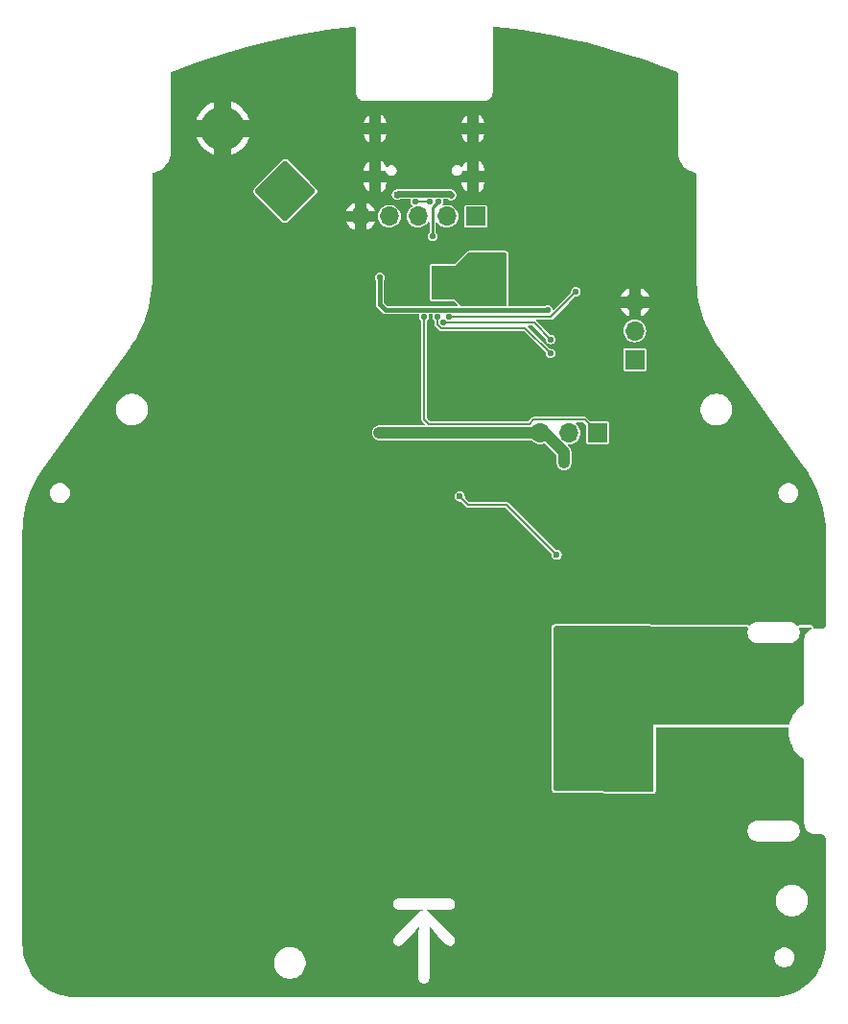
<source format=gbl>
G04 #@! TF.GenerationSoftware,KiCad,Pcbnew,8.0.1*
G04 #@! TF.CreationDate,2024-05-25T23:28:08+08:00*
G04 #@! TF.ProjectId,BatteryPod,42617474-6572-4795-906f-642e6b696361,rev?*
G04 #@! TF.SameCoordinates,Original*
G04 #@! TF.FileFunction,Copper,L2,Bot*
G04 #@! TF.FilePolarity,Positive*
%FSLAX46Y46*%
G04 Gerber Fmt 4.6, Leading zero omitted, Abs format (unit mm)*
G04 Created by KiCad (PCBNEW 8.0.1) date 2024-05-25 23:28:08*
%MOMM*%
%LPD*%
G01*
G04 APERTURE LIST*
G04 Aperture macros list*
%AMRoundRect*
0 Rectangle with rounded corners*
0 $1 Rounding radius*
0 $2 $3 $4 $5 $6 $7 $8 $9 X,Y pos of 4 corners*
0 Add a 4 corners polygon primitive as box body*
4,1,4,$2,$3,$4,$5,$6,$7,$8,$9,$2,$3,0*
0 Add four circle primitives for the rounded corners*
1,1,$1+$1,$2,$3*
1,1,$1+$1,$4,$5*
1,1,$1+$1,$6,$7*
1,1,$1+$1,$8,$9*
0 Add four rect primitives between the rounded corners*
20,1,$1+$1,$2,$3,$4,$5,0*
20,1,$1+$1,$4,$5,$6,$7,0*
20,1,$1+$1,$6,$7,$8,$9,0*
20,1,$1+$1,$8,$9,$2,$3,0*%
G04 Aperture macros list end*
%ADD10C,0.300000*%
G04 #@! TA.AperFunction,ComponentPad*
%ADD11C,0.400000*%
G04 #@! TD*
G04 #@! TA.AperFunction,ComponentPad*
%ADD12R,1.700000X1.700000*%
G04 #@! TD*
G04 #@! TA.AperFunction,ComponentPad*
%ADD13O,1.700000X1.700000*%
G04 #@! TD*
G04 #@! TA.AperFunction,ComponentPad*
%ADD14RoundRect,0.250002X2.404160X0.000000X0.000000X2.404160X-2.404160X0.000000X0.000000X-2.404160X0*%
G04 #@! TD*
G04 #@! TA.AperFunction,ComponentPad*
%ADD15C,3.900000*%
G04 #@! TD*
G04 #@! TA.AperFunction,ComponentPad*
%ADD16O,1.000000X2.100000*%
G04 #@! TD*
G04 #@! TA.AperFunction,ComponentPad*
%ADD17O,1.000000X1.800000*%
G04 #@! TD*
G04 #@! TA.AperFunction,ComponentPad*
%ADD18C,2.000000*%
G04 #@! TD*
G04 #@! TA.AperFunction,ViaPad*
%ADD19C,0.600000*%
G04 #@! TD*
G04 #@! TA.AperFunction,ViaPad*
%ADD20C,0.550000*%
G04 #@! TD*
G04 #@! TA.AperFunction,Conductor*
%ADD21C,1.000000*%
G04 #@! TD*
G04 #@! TA.AperFunction,Conductor*
%ADD22C,0.200000*%
G04 #@! TD*
G04 #@! TA.AperFunction,Conductor*
%ADD23C,0.250000*%
G04 #@! TD*
G04 #@! TA.AperFunction,Conductor*
%ADD24C,0.600000*%
G04 #@! TD*
G04 #@! TA.AperFunction,Conductor*
%ADD25C,0.400000*%
G04 #@! TD*
G04 APERTURE END LIST*
D10*
G36*
X113547182Y-152495158D02*
G01*
X106950375Y-152495158D01*
X106950375Y-148124528D01*
X107505931Y-148124528D01*
X107571855Y-148380084D01*
X107767885Y-148558851D01*
X107974878Y-148603244D01*
X108218238Y-148537234D01*
X108330251Y-148449371D01*
X109098395Y-147683670D01*
X109785938Y-146891102D01*
X109755408Y-147632379D01*
X109755408Y-151426692D01*
X109811124Y-151682020D01*
X109985027Y-151871039D01*
X110223904Y-151939004D01*
X110251221Y-151939602D01*
X110497430Y-151882626D01*
X110679699Y-151703524D01*
X110745236Y-151455239D01*
X110745813Y-151426692D01*
X110745813Y-147632379D01*
X110715282Y-146891102D01*
X111402826Y-147683670D01*
X112168527Y-148449371D01*
X112383016Y-148581937D01*
X112523901Y-148603244D01*
X112769945Y-148537776D01*
X112946852Y-148339260D01*
X112991626Y-148124528D01*
X112925358Y-147881707D01*
X112837753Y-147769155D01*
X110616364Y-145540439D01*
X110396796Y-145413370D01*
X110281751Y-145393893D01*
X112520237Y-145393893D01*
X112768909Y-145325015D01*
X112936655Y-145144176D01*
X112991626Y-144915177D01*
X112925602Y-144666130D01*
X112749159Y-144493870D01*
X112520237Y-144436461D01*
X107980984Y-144436461D01*
X107731310Y-144505339D01*
X107561752Y-144686179D01*
X107505931Y-144915177D01*
X107572956Y-145164225D01*
X107751211Y-145336485D01*
X107980984Y-145393893D01*
X110219469Y-145393893D01*
X109975747Y-145469800D01*
X109884857Y-145540439D01*
X107659804Y-147769155D01*
X107527570Y-147982247D01*
X107505931Y-148124528D01*
X106950375Y-148124528D01*
X106950375Y-143880905D01*
X113547182Y-143880905D01*
X113547182Y-152495158D01*
G37*
D11*
X108225000Y-88975000D03*
X108225000Y-89675000D03*
X108225000Y-90375000D03*
X108225000Y-91075000D03*
X108925000Y-88975000D03*
X108925000Y-89675000D03*
X108925000Y-90375000D03*
X108925000Y-91075000D03*
X109625000Y-88975000D03*
X109625000Y-89675000D03*
X109625000Y-90375000D03*
X109625000Y-91075000D03*
X110325000Y-88975000D03*
X110325000Y-89675000D03*
X110325000Y-90375000D03*
X110325000Y-91075000D03*
X111350000Y-88975000D03*
X111350000Y-89675000D03*
X111350000Y-90375000D03*
X111350000Y-91075000D03*
X112250000Y-88975000D03*
X112250000Y-89675000D03*
X112250000Y-90375000D03*
X112250000Y-91075000D03*
X121876800Y-110876800D03*
X121876800Y-109676800D03*
X121276800Y-110276800D03*
X120676800Y-110876800D03*
X120676800Y-109676800D03*
D12*
X114800000Y-84250000D03*
D13*
X112260000Y-84250000D03*
X109720000Y-84250000D03*
X107180000Y-84250000D03*
X104640000Y-84250000D03*
D14*
X98000000Y-82000000D03*
D15*
X92484567Y-76484567D03*
D16*
X114570000Y-80725000D03*
D17*
X114570000Y-76525000D03*
D16*
X105930000Y-80725000D03*
D17*
X105930000Y-76525000D03*
D12*
X128850000Y-96890000D03*
D13*
X128850000Y-94350000D03*
X128850000Y-91810000D03*
D12*
X125575000Y-103350000D03*
D13*
X123035000Y-103350000D03*
X120495000Y-103350000D03*
D18*
X135000000Y-125100000D03*
X135000000Y-134000000D03*
D19*
X110000000Y-121000000D03*
X99000000Y-123000000D03*
X145000000Y-116000000D03*
X110000000Y-122000000D03*
X89000000Y-74000000D03*
X135000000Y-152000000D03*
X76000000Y-148000000D03*
X110800000Y-101950000D03*
X140000000Y-136000000D03*
X124300000Y-113000000D03*
X110900000Y-131400000D03*
X87000000Y-82000000D03*
X83000000Y-152000000D03*
X131900000Y-137400000D03*
D20*
X109600000Y-98000000D03*
D19*
X89000000Y-152000000D03*
X119200000Y-108300000D03*
X89000000Y-118000000D03*
X110000000Y-105000000D03*
X87000000Y-81000000D03*
X102000000Y-123000000D03*
X110000000Y-123000000D03*
X145000000Y-140000000D03*
D20*
X109600000Y-94000000D03*
D19*
X145000000Y-115000000D03*
X111900000Y-139400000D03*
X115000000Y-105000000D03*
X138000000Y-152000000D03*
X116900000Y-139400000D03*
X110900000Y-132400000D03*
X89000000Y-121000000D03*
X110800000Y-99950000D03*
X113900000Y-139400000D03*
X114900000Y-139400000D03*
X133400000Y-84000000D03*
X121200000Y-105500000D03*
X119900000Y-108800000D03*
D20*
X110800000Y-96000000D03*
D19*
X112900000Y-139400000D03*
X98000000Y-123000000D03*
X110900000Y-137400000D03*
X110900000Y-136400000D03*
X114847738Y-110300000D03*
X133400000Y-82000000D03*
X110900000Y-138400000D03*
X131900000Y-138400000D03*
X145000000Y-117000000D03*
X108000000Y-123000000D03*
X137000000Y-152000000D03*
X110800000Y-98950000D03*
X133400000Y-88000000D03*
X123900000Y-139400000D03*
X130300000Y-113000000D03*
X88000000Y-152000000D03*
D20*
X118000000Y-89000000D03*
D19*
X123300000Y-113000000D03*
X145000000Y-119000000D03*
X145000000Y-120000000D03*
X133400000Y-87000000D03*
X120900000Y-139400000D03*
X132000000Y-73000000D03*
X109000000Y-123000000D03*
X76000000Y-121000000D03*
X110900000Y-133400000D03*
X132000000Y-72000000D03*
X115800000Y-110300000D03*
X115800000Y-101950000D03*
X114000000Y-105000000D03*
X76000000Y-117000000D03*
X119900000Y-139400000D03*
X114800000Y-101950000D03*
X90000000Y-71500000D03*
X76000000Y-144000000D03*
X87000000Y-83000000D03*
X90000000Y-152000000D03*
X87000000Y-87000000D03*
X91000000Y-152000000D03*
D20*
X112866802Y-85981802D03*
D19*
X89000000Y-122000000D03*
X76000000Y-120000000D03*
D20*
X110800000Y-94000000D03*
D19*
X89000000Y-119000000D03*
X139000000Y-135000000D03*
X76000000Y-119000000D03*
X133400000Y-89000000D03*
X101000000Y-123000000D03*
X145000000Y-111000000D03*
X85000000Y-152000000D03*
X76000000Y-141000000D03*
X140000000Y-131000000D03*
X140000000Y-152000000D03*
X139000000Y-132000000D03*
X89000000Y-120000000D03*
X124900000Y-139400000D03*
X139000000Y-152000000D03*
X131000000Y-71500000D03*
X130300000Y-114000000D03*
X97000000Y-123000000D03*
X145000000Y-148000000D03*
X76000000Y-147000000D03*
X125000000Y-106500000D03*
X133400000Y-81000000D03*
X133000000Y-152000000D03*
X76000000Y-111000000D03*
X145000000Y-141000000D03*
X145000000Y-147000000D03*
D20*
X118000000Y-88000000D03*
D19*
X87000000Y-152000000D03*
X110000000Y-118000000D03*
D20*
X110800000Y-95000000D03*
D19*
X126300000Y-113000000D03*
X132000000Y-74000000D03*
X125300000Y-113000000D03*
X129900000Y-139400000D03*
X105000000Y-123000000D03*
X139000000Y-133000000D03*
D20*
X118000000Y-90000000D03*
D19*
X76000000Y-145000000D03*
X94000000Y-123000000D03*
X110800000Y-100950000D03*
X110900000Y-139400000D03*
X122750000Y-111750000D03*
X131900000Y-139400000D03*
X117900000Y-139400000D03*
X118900000Y-139400000D03*
X93000000Y-123000000D03*
X76000000Y-146000000D03*
X113000000Y-105000000D03*
X76000000Y-142000000D03*
X96000000Y-123000000D03*
D20*
X109600000Y-102000000D03*
D19*
X76000000Y-139000000D03*
X127300000Y-113000000D03*
X122900000Y-139400000D03*
X91000000Y-123000000D03*
X145000000Y-114000000D03*
X89000000Y-123000000D03*
D20*
X118000000Y-87000000D03*
D19*
X133400000Y-83000000D03*
X76000000Y-114000000D03*
X110900000Y-134400000D03*
X76000000Y-140000000D03*
X122300000Y-113000000D03*
X90000000Y-123000000D03*
X92000000Y-123000000D03*
X110000000Y-119000000D03*
X111800000Y-101950000D03*
X130900000Y-139400000D03*
X89000000Y-73000000D03*
X145000000Y-112000000D03*
D20*
X110800000Y-97000000D03*
D19*
X136000000Y-152000000D03*
X145000000Y-142000000D03*
X115900000Y-139400000D03*
X111000000Y-105000000D03*
X110000000Y-120000000D03*
X142000000Y-131000000D03*
X87000000Y-88000000D03*
D20*
X110800000Y-98000000D03*
D19*
X87000000Y-84000000D03*
X113800000Y-101950000D03*
X76000000Y-112000000D03*
X76000000Y-115000000D03*
X141000000Y-136000000D03*
X84000000Y-152000000D03*
X132000000Y-75000000D03*
X87000000Y-89000000D03*
X139000000Y-131000000D03*
X133400000Y-85000000D03*
X87000000Y-86000000D03*
X95000000Y-123000000D03*
X100000000Y-123000000D03*
X76000000Y-113000000D03*
X113850000Y-110300000D03*
X106000000Y-123000000D03*
X107000000Y-123000000D03*
X104000000Y-123000000D03*
X145000000Y-149000000D03*
X112800000Y-101950000D03*
X110900000Y-135400000D03*
X89000000Y-72000000D03*
X121200000Y-106400000D03*
X145000000Y-118000000D03*
X133400000Y-86000000D03*
X125000000Y-107400000D03*
X82000000Y-152000000D03*
X76000000Y-118000000D03*
X134000000Y-152000000D03*
X76000000Y-116000000D03*
X89000000Y-75000000D03*
D20*
X118000000Y-91000000D03*
D19*
X76000000Y-143000000D03*
X112000000Y-105000000D03*
X103000000Y-123000000D03*
D20*
X119000000Y-91000000D03*
D19*
X145000000Y-113000000D03*
X139000000Y-134000000D03*
X121900000Y-139400000D03*
X86000000Y-152000000D03*
X87000000Y-85000000D03*
X107400000Y-103350000D03*
X108500000Y-103350000D03*
X106300000Y-103350000D03*
X122600000Y-106000000D03*
X125000000Y-134000000D03*
X125000000Y-126000000D03*
X129000000Y-123000000D03*
X125000000Y-129000000D03*
X127000000Y-130000000D03*
X124000000Y-126000000D03*
X128000000Y-128900000D03*
X124000000Y-134000000D03*
X126000000Y-134000000D03*
X127000000Y-128000000D03*
X129000000Y-128900000D03*
X125000000Y-128000000D03*
X125000000Y-127000000D03*
X121950000Y-114100000D03*
X127000000Y-133000000D03*
X128000000Y-122000000D03*
X124000000Y-128000000D03*
X128000000Y-126000000D03*
X128000000Y-127900000D03*
X126000000Y-128000000D03*
X129000000Y-127900000D03*
X124000000Y-129000000D03*
X129000000Y-122000000D03*
X128000000Y-123000000D03*
X126000000Y-127000000D03*
X124000000Y-127000000D03*
X128000000Y-132900000D03*
X123000000Y-134000000D03*
X127000000Y-123000000D03*
X125000000Y-133000000D03*
X127000000Y-126000000D03*
X128000000Y-130900000D03*
X129000000Y-131900000D03*
X129000000Y-130900000D03*
X127000000Y-121000000D03*
X128000000Y-129900000D03*
X127000000Y-132000000D03*
X128000000Y-133900000D03*
X129000000Y-132900000D03*
X128000000Y-124000000D03*
X126000000Y-129000000D03*
X123000000Y-128000000D03*
X124000000Y-133000000D03*
X123000000Y-133000000D03*
X129000000Y-133900000D03*
X127000000Y-124000000D03*
X129000000Y-127000000D03*
X127000000Y-127000000D03*
X128000000Y-131900000D03*
X129000000Y-129900000D03*
X126000000Y-126000000D03*
X128000000Y-127000000D03*
X126000000Y-133000000D03*
X128000000Y-121000000D03*
X113400000Y-108950000D03*
X127000000Y-134000000D03*
X127000000Y-122000000D03*
X127000000Y-129000000D03*
X127000000Y-131000000D03*
X123000000Y-127000000D03*
X129000000Y-121000000D03*
X129000000Y-126000000D03*
X129000000Y-124000000D03*
D20*
X110774854Y-82954854D03*
X109498000Y-82952000D03*
X111502468Y-82972532D03*
X111005000Y-86020000D03*
X123650000Y-90900000D03*
X112454000Y-93102000D03*
X121400000Y-95100000D03*
X111952000Y-93598000D03*
X111450000Y-93102000D03*
X121400000Y-96350000D03*
D19*
X107850000Y-82360000D03*
X112650000Y-82385000D03*
D20*
X110250000Y-93102000D03*
X106350000Y-89650000D03*
X121150000Y-92500000D03*
D21*
X122600000Y-105050000D02*
X120900000Y-103350000D01*
X120900000Y-103350000D02*
X108500000Y-103350000D01*
X106300000Y-103350000D02*
X108500000Y-103350000D01*
X122600000Y-106000000D02*
X122600000Y-105050000D01*
D22*
X121950000Y-114100000D02*
X117550000Y-109700000D01*
X114150000Y-109700000D02*
X113400000Y-108950000D01*
X117550000Y-109700000D02*
X114150000Y-109700000D01*
X110774854Y-82954854D02*
X110772000Y-82952000D01*
X110772000Y-82952000D02*
X109498000Y-82952000D01*
D23*
X111005000Y-86020000D02*
X111000000Y-86015000D01*
X111000000Y-83475000D02*
X111502468Y-82972532D01*
X111000000Y-86015000D02*
X111000000Y-83475000D01*
D22*
X121448000Y-93102000D02*
X123650000Y-90900000D01*
X112454000Y-93102000D02*
X121448000Y-93102000D01*
X111952000Y-93598000D02*
X112004000Y-93650000D01*
X112004000Y-93650000D02*
X119950000Y-93650000D01*
X119950000Y-93650000D02*
X121400000Y-95100000D01*
X111450000Y-93102000D02*
X111450000Y-93805936D01*
X119150000Y-94100000D02*
X121400000Y-96350000D01*
X111450000Y-93805936D02*
X111744064Y-94100000D01*
X111744064Y-94100000D02*
X119150000Y-94100000D01*
D24*
X107850000Y-82360000D02*
X107960000Y-82250000D01*
X112515000Y-82250000D02*
X112650000Y-82385000D01*
X107960000Y-82250000D02*
X112515000Y-82250000D01*
D22*
X119550000Y-102550000D02*
X119900000Y-102200000D01*
X124425000Y-102200000D02*
X125575000Y-103350000D01*
X110250000Y-102150000D02*
X110650000Y-102550000D01*
X110650000Y-102550000D02*
X119550000Y-102550000D01*
X119900000Y-102200000D02*
X124425000Y-102200000D01*
X110250000Y-93102000D02*
X110250000Y-102150000D01*
D25*
X121150000Y-92500000D02*
X106850000Y-92500000D01*
X106850000Y-92500000D02*
X106350000Y-92000000D01*
X106350000Y-92000000D02*
X106350000Y-89650000D01*
G04 #@! TA.AperFunction,Conductor*
G36*
X116382874Y-67509073D02*
G01*
X117415090Y-67620931D01*
X117416828Y-67621141D01*
X118855101Y-67812582D01*
X118856877Y-67812841D01*
X120290056Y-68039289D01*
X120291700Y-68039569D01*
X121719034Y-68300910D01*
X121720707Y-68301238D01*
X123141106Y-68597269D01*
X123142848Y-68597653D01*
X124555728Y-68928254D01*
X124557324Y-68928648D01*
X125961694Y-69293588D01*
X125963367Y-69294044D01*
X127358376Y-69693100D01*
X127360023Y-69693593D01*
X128744910Y-70126546D01*
X128746578Y-70127089D01*
X129178808Y-70273876D01*
X130120460Y-70593664D01*
X130122162Y-70594265D01*
X131444475Y-71079593D01*
X131484249Y-71094191D01*
X131485932Y-71094833D01*
X132602684Y-71535894D01*
X132643389Y-71575274D01*
X132649500Y-71604720D01*
X132649500Y-78627841D01*
X132682873Y-78881338D01*
X132749049Y-79128309D01*
X132749051Y-79128316D01*
X132846892Y-79364526D01*
X132846895Y-79364534D01*
X132974736Y-79585961D01*
X132974740Y-79585967D01*
X133130390Y-79788813D01*
X133311186Y-79969609D01*
X133514032Y-80125259D01*
X133514038Y-80125263D01*
X133703959Y-80234914D01*
X133735465Y-80253104D01*
X133971687Y-80350950D01*
X134218660Y-80417126D01*
X134226161Y-80418113D01*
X134235158Y-80419298D01*
X134284208Y-80447616D01*
X134299500Y-80492665D01*
X134299500Y-89796057D01*
X134299519Y-89796357D01*
X134299540Y-90041786D01*
X134332155Y-90620739D01*
X134397282Y-91196913D01*
X134493908Y-91763776D01*
X134494716Y-91768516D01*
X134623475Y-92330799D01*
X134624150Y-92333745D01*
X134659424Y-92455773D01*
X134779789Y-92872174D01*
X134785172Y-92890794D01*
X134977262Y-93437877D01*
X134977266Y-93437887D01*
X135150969Y-93855765D01*
X135199836Y-93973323D01*
X135452169Y-94495391D01*
X135733468Y-95002436D01*
X135733473Y-95002445D01*
X135907817Y-95278812D01*
X136042844Y-95492856D01*
X136042848Y-95492862D01*
X136184886Y-95692253D01*
X136184888Y-95692263D01*
X136211059Y-95728993D01*
X136211058Y-95728993D01*
X136238676Y-95767755D01*
X136238677Y-95767756D01*
X143861668Y-106466692D01*
X143871854Y-106480987D01*
X143871855Y-106480989D01*
X143898850Y-106518878D01*
X143899999Y-106520538D01*
X144149948Y-106893097D01*
X144202401Y-106971281D01*
X144204622Y-106974803D01*
X144480604Y-107440850D01*
X144482624Y-107444492D01*
X144731952Y-107925323D01*
X144733764Y-107929072D01*
X144955649Y-108423162D01*
X144957248Y-108427007D01*
X145151003Y-108932826D01*
X145152382Y-108936755D01*
X145317364Y-109452630D01*
X145318521Y-109456630D01*
X145454236Y-109981012D01*
X145455165Y-109985071D01*
X145561161Y-110516222D01*
X145561861Y-110520327D01*
X145637817Y-111056630D01*
X145638284Y-111060768D01*
X145683951Y-111600449D01*
X145684186Y-111604606D01*
X145687061Y-111706787D01*
X145699471Y-112147725D01*
X145699500Y-112149755D01*
X145699500Y-120245148D01*
X145698867Y-120254808D01*
X145687158Y-120343741D01*
X145682158Y-120362399D01*
X145649705Y-120440749D01*
X145640047Y-120457477D01*
X145633015Y-120466643D01*
X145588419Y-120524760D01*
X145574760Y-120538419D01*
X145534209Y-120569535D01*
X145507477Y-120590047D01*
X145490749Y-120599705D01*
X145412399Y-120632158D01*
X145393741Y-120637158D01*
X145327068Y-120645936D01*
X145304806Y-120648867D01*
X145295149Y-120649500D01*
X144731233Y-120649500D01*
X144678907Y-120627826D01*
X144657941Y-120585712D01*
X144651995Y-120543039D01*
X144648296Y-120524760D01*
X144647009Y-120518398D01*
X144604352Y-120437499D01*
X144558827Y-120384496D01*
X144558822Y-120384490D01*
X144558820Y-120384488D01*
X144541315Y-120366466D01*
X144541310Y-120366462D01*
X144461696Y-120321474D01*
X144461688Y-120321470D01*
X144394736Y-120301494D01*
X144336884Y-120292919D01*
X144336870Y-120292918D01*
X143472692Y-120289160D01*
X143472667Y-120289160D01*
X143451076Y-120290206D01*
X143451052Y-120290207D01*
X143425135Y-120292834D01*
X143348812Y-120316147D01*
X143348809Y-120316148D01*
X143287219Y-120349146D01*
X143270347Y-120359561D01*
X143214436Y-120368602D01*
X143174792Y-120344157D01*
X143131927Y-120293073D01*
X143088270Y-120256440D01*
X143007876Y-120188981D01*
X143007873Y-120188979D01*
X142867627Y-120108008D01*
X142848411Y-120101014D01*
X142715451Y-120052620D01*
X142555974Y-120024500D01*
X142555971Y-120024500D01*
X142514562Y-120024500D01*
X139772595Y-120024500D01*
X139725000Y-120024500D01*
X139644029Y-120024500D01*
X139644025Y-120024500D01*
X139484548Y-120052620D01*
X139332375Y-120108007D01*
X139192123Y-120188981D01*
X139068077Y-120293068D01*
X139068072Y-120293073D01*
X139039174Y-120327511D01*
X138988935Y-120353662D01*
X138946081Y-120344368D01*
X138933984Y-120337532D01*
X138862483Y-120297126D01*
X138848913Y-120293077D01*
X138795529Y-120277149D01*
X138737678Y-120268574D01*
X138737662Y-120268573D01*
X121825440Y-120195042D01*
X121825413Y-120195044D01*
X121781294Y-120199642D01*
X121729237Y-120210849D01*
X121718625Y-120213430D01*
X121637916Y-120256439D01*
X121637912Y-120256441D01*
X121585115Y-120302191D01*
X121567155Y-120319788D01*
X121522510Y-120399601D01*
X121502825Y-120466638D01*
X121502824Y-120466643D01*
X121494500Y-120524537D01*
X121494500Y-134777411D01*
X121498951Y-134819936D01*
X121498953Y-134819949D01*
X121509579Y-134870167D01*
X121511712Y-134879229D01*
X121511712Y-134879230D01*
X121511713Y-134879231D01*
X121553802Y-134960427D01*
X121586905Y-134999519D01*
X121598939Y-135013730D01*
X121598969Y-135013765D01*
X121616339Y-135031899D01*
X121616342Y-135031902D01*
X121695647Y-135077453D01*
X121695650Y-135077454D01*
X121701800Y-135079336D01*
X121762458Y-135097898D01*
X121820256Y-135106880D01*
X130372256Y-135204061D01*
X130417133Y-135199622D01*
X130470053Y-135188424D01*
X130481373Y-135185692D01*
X130562085Y-135142682D01*
X130614889Y-135096927D01*
X130632843Y-135079336D01*
X130677490Y-134999519D01*
X130697175Y-134932480D01*
X130705500Y-134874582D01*
X130705500Y-129379500D01*
X130727174Y-129327174D01*
X130779500Y-129305500D01*
X142362277Y-129305500D01*
X142414603Y-129327174D01*
X142436277Y-129379500D01*
X142436153Y-129383775D01*
X142417854Y-129699993D01*
X142417854Y-129700006D01*
X142436758Y-130026687D01*
X142436759Y-130026694D01*
X142493223Y-130349025D01*
X142586492Y-130662692D01*
X142586497Y-130662707D01*
X142715326Y-130963519D01*
X142715330Y-130963528D01*
X142877994Y-131247463D01*
X143072330Y-131510747D01*
X143072333Y-131510751D01*
X143072336Y-131510754D01*
X143295749Y-131749867D01*
X143545253Y-131961612D01*
X143766555Y-132109179D01*
X143798064Y-132156241D01*
X143799500Y-132170746D01*
X143799500Y-137837535D01*
X143829898Y-138009937D01*
X143889773Y-138174441D01*
X143889774Y-138174443D01*
X143889775Y-138174445D01*
X143977308Y-138326055D01*
X144089837Y-138460163D01*
X144223945Y-138572692D01*
X144375555Y-138660225D01*
X144540062Y-138720101D01*
X144712468Y-138750500D01*
X144760438Y-138750500D01*
X145252405Y-138750500D01*
X145295149Y-138750500D01*
X145304807Y-138751132D01*
X145393743Y-138762841D01*
X145412396Y-138767840D01*
X145490753Y-138800296D01*
X145507472Y-138809948D01*
X145574760Y-138861580D01*
X145588418Y-138875238D01*
X145640049Y-138942525D01*
X145649705Y-138959250D01*
X145682158Y-139037600D01*
X145687158Y-139056258D01*
X145698867Y-139145191D01*
X145699500Y-139154851D01*
X145699500Y-148448375D01*
X145699430Y-148451603D01*
X145681757Y-148856364D01*
X145681194Y-148862795D01*
X145628525Y-149262855D01*
X145627404Y-149269213D01*
X145540066Y-149663169D01*
X145538395Y-149669404D01*
X145417057Y-150054240D01*
X145414849Y-150060307D01*
X145260428Y-150433111D01*
X145257700Y-150438961D01*
X145071377Y-150796884D01*
X145068149Y-150802475D01*
X144851339Y-151142799D01*
X144847636Y-151148087D01*
X144601994Y-151468215D01*
X144597844Y-151473161D01*
X144325230Y-151770666D01*
X144320666Y-151775230D01*
X144023161Y-152047844D01*
X144018215Y-152051994D01*
X143698087Y-152297636D01*
X143692799Y-152301339D01*
X143352475Y-152518149D01*
X143346884Y-152521377D01*
X142988961Y-152707700D01*
X142983111Y-152710428D01*
X142610307Y-152864849D01*
X142604240Y-152867057D01*
X142219404Y-152988395D01*
X142213169Y-152990066D01*
X141819213Y-153077404D01*
X141812855Y-153078525D01*
X141412795Y-153131194D01*
X141406364Y-153131757D01*
X141001603Y-153149430D01*
X140998375Y-153149500D01*
X79501625Y-153149500D01*
X79498397Y-153149430D01*
X79093635Y-153131757D01*
X79087204Y-153131194D01*
X78687144Y-153078525D01*
X78680786Y-153077404D01*
X78286830Y-152990066D01*
X78280595Y-152988395D01*
X77895759Y-152867057D01*
X77889692Y-152864849D01*
X77516888Y-152710428D01*
X77511038Y-152707700D01*
X77153115Y-152521377D01*
X77147524Y-152518149D01*
X76807200Y-152301339D01*
X76801912Y-152297636D01*
X76676265Y-152201224D01*
X76481775Y-152051987D01*
X76476847Y-152047851D01*
X76179330Y-151775227D01*
X76174769Y-151770666D01*
X75902146Y-151473150D01*
X75898014Y-151468226D01*
X75652360Y-151148084D01*
X75648660Y-151142799D01*
X75565564Y-151012365D01*
X75431849Y-150802474D01*
X75428622Y-150796884D01*
X75242299Y-150438961D01*
X75239571Y-150433111D01*
X75175717Y-150278954D01*
X75147248Y-150210223D01*
X96999500Y-150210223D01*
X97033984Y-150427948D01*
X97033987Y-150427961D01*
X97102103Y-150637602D01*
X97102104Y-150637605D01*
X97102105Y-150637606D01*
X97202185Y-150834022D01*
X97331758Y-151012365D01*
X97487635Y-151168242D01*
X97665978Y-151297815D01*
X97862394Y-151397895D01*
X97862397Y-151397896D01*
X97862396Y-151397896D01*
X98072038Y-151466012D01*
X98072044Y-151466013D01*
X98072049Y-151466015D01*
X98180913Y-151483257D01*
X98289776Y-151500500D01*
X98289778Y-151500500D01*
X98510224Y-151500500D01*
X98597313Y-151486706D01*
X98727951Y-151466015D01*
X98727958Y-151466012D01*
X98727961Y-151466012D01*
X98823133Y-151435088D01*
X98937606Y-151397895D01*
X99134022Y-151297815D01*
X99312365Y-151168242D01*
X99468242Y-151012365D01*
X99597815Y-150834022D01*
X99697895Y-150637606D01*
X99763369Y-150436095D01*
X99766012Y-150427961D01*
X99766012Y-150427958D01*
X99766015Y-150427951D01*
X99800500Y-150210222D01*
X99800500Y-149989778D01*
X99799342Y-149982468D01*
X99766015Y-149772051D01*
X99766012Y-149772038D01*
X99697896Y-149562397D01*
X99697895Y-149562396D01*
X99697895Y-149562394D01*
X99597815Y-149365978D01*
X99468242Y-149187635D01*
X99312365Y-149031758D01*
X99208441Y-148956253D01*
X99134024Y-148902186D01*
X98937602Y-148802103D01*
X98937603Y-148802103D01*
X98727961Y-148733987D01*
X98727948Y-148733984D01*
X98510224Y-148699500D01*
X98510222Y-148699500D01*
X98289778Y-148699500D01*
X98289776Y-148699500D01*
X98072051Y-148733984D01*
X98072038Y-148733987D01*
X97862397Y-148802103D01*
X97665976Y-148902186D01*
X97665975Y-148902186D01*
X97487639Y-149031755D01*
X97487635Y-149031758D01*
X97331758Y-149187635D01*
X97331755Y-149187638D01*
X97331755Y-149187639D01*
X97202186Y-149365975D01*
X97202186Y-149365976D01*
X97102103Y-149562397D01*
X97033987Y-149772038D01*
X97033984Y-149772051D01*
X96999500Y-149989776D01*
X96999500Y-150210223D01*
X75147248Y-150210223D01*
X75085145Y-150060295D01*
X75082946Y-150054252D01*
X74961601Y-149669395D01*
X74959933Y-149663169D01*
X74951249Y-149624000D01*
X74872594Y-149269212D01*
X74871474Y-149262855D01*
X74861571Y-149187635D01*
X74818804Y-148862790D01*
X74818242Y-148856364D01*
X74815161Y-148785807D01*
X74800570Y-148451603D01*
X74800500Y-148448375D01*
X74800500Y-143890905D01*
X106960375Y-143890905D01*
X106960375Y-152485158D01*
X113537182Y-152485158D01*
X113537182Y-149624000D01*
X141168672Y-149624000D01*
X141184231Y-149772038D01*
X141187932Y-149807243D01*
X141244865Y-149982464D01*
X141244866Y-149982466D01*
X141244867Y-149982468D01*
X141336991Y-150142032D01*
X141398389Y-150210222D01*
X141460278Y-150278956D01*
X141609332Y-150387250D01*
X141609337Y-150387253D01*
X141700769Y-150427961D01*
X141777655Y-150462193D01*
X141957876Y-150500500D01*
X141957877Y-150500500D01*
X142142123Y-150500500D01*
X142142124Y-150500500D01*
X142322345Y-150462193D01*
X142490664Y-150387252D01*
X142639724Y-150278954D01*
X142763009Y-150142032D01*
X142855133Y-149982468D01*
X142912069Y-149807238D01*
X142931328Y-149624000D01*
X142912069Y-149440762D01*
X142855133Y-149265532D01*
X142763009Y-149105968D01*
X142639724Y-148969046D01*
X142639723Y-148969045D01*
X142639721Y-148969043D01*
X142490667Y-148860749D01*
X142490662Y-148860746D01*
X142322346Y-148785807D01*
X142322344Y-148785806D01*
X142180430Y-148755642D01*
X142142124Y-148747500D01*
X141957876Y-148747500D01*
X141926284Y-148754214D01*
X141777655Y-148785806D01*
X141777653Y-148785807D01*
X141609337Y-148860746D01*
X141609332Y-148860749D01*
X141460278Y-148969043D01*
X141336991Y-149105967D01*
X141336989Y-149105970D01*
X141244865Y-149265535D01*
X141187932Y-149440756D01*
X141187931Y-149440760D01*
X141187931Y-149440762D01*
X141168672Y-149624000D01*
X113537182Y-149624000D01*
X113537182Y-144710223D01*
X141299500Y-144710223D01*
X141333984Y-144927948D01*
X141333987Y-144927961D01*
X141402103Y-145137602D01*
X141402104Y-145137605D01*
X141402105Y-145137606D01*
X141502185Y-145334022D01*
X141631758Y-145512365D01*
X141787635Y-145668242D01*
X141965978Y-145797815D01*
X142162394Y-145897895D01*
X142162397Y-145897896D01*
X142162396Y-145897896D01*
X142372038Y-145966012D01*
X142372044Y-145966013D01*
X142372049Y-145966015D01*
X142480913Y-145983257D01*
X142589776Y-146000500D01*
X142589778Y-146000500D01*
X142810224Y-146000500D01*
X142897313Y-145986706D01*
X143027951Y-145966015D01*
X143027958Y-145966012D01*
X143027961Y-145966012D01*
X143123133Y-145935088D01*
X143237606Y-145897895D01*
X143434022Y-145797815D01*
X143612365Y-145668242D01*
X143768242Y-145512365D01*
X143897815Y-145334022D01*
X143997895Y-145137606D01*
X144066015Y-144927951D01*
X144100500Y-144710222D01*
X144100500Y-144489778D01*
X144066015Y-144272049D01*
X144066013Y-144272044D01*
X144066012Y-144272038D01*
X143997896Y-144062397D01*
X143997895Y-144062396D01*
X143997895Y-144062394D01*
X143897815Y-143865978D01*
X143768242Y-143687635D01*
X143612365Y-143531758D01*
X143508441Y-143456253D01*
X143434024Y-143402186D01*
X143237602Y-143302103D01*
X143237603Y-143302103D01*
X143027961Y-143233987D01*
X143027948Y-143233984D01*
X142810224Y-143199500D01*
X142810222Y-143199500D01*
X142589778Y-143199500D01*
X142589776Y-143199500D01*
X142372051Y-143233984D01*
X142372038Y-143233987D01*
X142162397Y-143302103D01*
X141965976Y-143402186D01*
X141965975Y-143402186D01*
X141787639Y-143531755D01*
X141787635Y-143531758D01*
X141631758Y-143687635D01*
X141631755Y-143687638D01*
X141631755Y-143687639D01*
X141502186Y-143865975D01*
X141502186Y-143865976D01*
X141402103Y-144062397D01*
X141333987Y-144272038D01*
X141333984Y-144272051D01*
X141299500Y-144489776D01*
X141299500Y-144710223D01*
X113537182Y-144710223D01*
X113537182Y-143890905D01*
X106960375Y-143890905D01*
X74800500Y-143890905D01*
X74800500Y-138530974D01*
X138799500Y-138530974D01*
X138827620Y-138690451D01*
X138849707Y-138751133D01*
X138883008Y-138842627D01*
X138963979Y-138982873D01*
X138963981Y-138982876D01*
X139030767Y-139062468D01*
X139068073Y-139106927D01*
X139192127Y-139211021D01*
X139332373Y-139291992D01*
X139484548Y-139347379D01*
X139644029Y-139375500D01*
X139644033Y-139375500D01*
X142555967Y-139375500D01*
X142555971Y-139375500D01*
X142715452Y-139347379D01*
X142867627Y-139291992D01*
X143007873Y-139211021D01*
X143131927Y-139106927D01*
X143236021Y-138982873D01*
X143316992Y-138842627D01*
X143372379Y-138690452D01*
X143400500Y-138530971D01*
X143400500Y-138450000D01*
X143400500Y-138402405D01*
X143400500Y-138369029D01*
X143372379Y-138209548D01*
X143316992Y-138057373D01*
X143236021Y-137917127D01*
X143131927Y-137793073D01*
X143080595Y-137750000D01*
X143007876Y-137688981D01*
X143007873Y-137688979D01*
X142867627Y-137608008D01*
X142848411Y-137601014D01*
X142715451Y-137552620D01*
X142555974Y-137524500D01*
X142555971Y-137524500D01*
X142514562Y-137524500D01*
X139772595Y-137524500D01*
X139725000Y-137524500D01*
X139644029Y-137524500D01*
X139644025Y-137524500D01*
X139484548Y-137552620D01*
X139332375Y-137608007D01*
X139192123Y-137688981D01*
X139068077Y-137793069D01*
X139068069Y-137793077D01*
X138963981Y-137917123D01*
X138883007Y-138057375D01*
X138827620Y-138209548D01*
X138799500Y-138369025D01*
X138799500Y-138530974D01*
X74800500Y-138530974D01*
X74800500Y-112160600D01*
X74800529Y-112158511D01*
X74815900Y-111614212D01*
X74816136Y-111610041D01*
X74862112Y-111068533D01*
X74862582Y-111064393D01*
X74863686Y-111056630D01*
X74939045Y-110526349D01*
X74939748Y-110522240D01*
X75017047Y-110136224D01*
X75046461Y-109989336D01*
X75047386Y-109985311D01*
X75184007Y-109459271D01*
X75185158Y-109455301D01*
X75351249Y-108937810D01*
X75352625Y-108933907D01*
X75461775Y-108650000D01*
X77218672Y-108650000D01*
X77236726Y-108821776D01*
X77237932Y-108833243D01*
X77294865Y-109008464D01*
X77294866Y-109008466D01*
X77294867Y-109008468D01*
X77386991Y-109168032D01*
X77500381Y-109293965D01*
X77510278Y-109304956D01*
X77659332Y-109413250D01*
X77659337Y-109413253D01*
X77799899Y-109475835D01*
X77827655Y-109488193D01*
X78007876Y-109526500D01*
X78007877Y-109526500D01*
X78192123Y-109526500D01*
X78192124Y-109526500D01*
X78372345Y-109488193D01*
X78540664Y-109413252D01*
X78689724Y-109304954D01*
X78813009Y-109168032D01*
X78905133Y-109008468D01*
X78924131Y-108950000D01*
X112944867Y-108950000D01*
X112963302Y-109078223D01*
X112963302Y-109078224D01*
X112963303Y-109078226D01*
X113017118Y-109196063D01*
X113101951Y-109293967D01*
X113210931Y-109364004D01*
X113335228Y-109400500D01*
X113465587Y-109400500D01*
X113517913Y-109422174D01*
X113937636Y-109841897D01*
X114008103Y-109912364D01*
X114100172Y-109950500D01*
X117415587Y-109950500D01*
X117467913Y-109972174D01*
X121481354Y-113985614D01*
X121503028Y-114037940D01*
X121502275Y-114048470D01*
X121494867Y-114099999D01*
X121513302Y-114228223D01*
X121513302Y-114228224D01*
X121513303Y-114228226D01*
X121567118Y-114346063D01*
X121651951Y-114443967D01*
X121760931Y-114514004D01*
X121885228Y-114550500D01*
X122014772Y-114550500D01*
X122139069Y-114514004D01*
X122248049Y-114443967D01*
X122332882Y-114346063D01*
X122386697Y-114228226D01*
X122405133Y-114100000D01*
X122386697Y-113971774D01*
X122332882Y-113853937D01*
X122248049Y-113756033D01*
X122181032Y-113712964D01*
X122139068Y-113685995D01*
X122014772Y-113649500D01*
X121885228Y-113649500D01*
X121884412Y-113649500D01*
X121832086Y-113627826D01*
X117691897Y-109487636D01*
X117691894Y-109487634D01*
X117599828Y-109449500D01*
X114284413Y-109449500D01*
X114232087Y-109427826D01*
X113868644Y-109064383D01*
X113846970Y-109012057D01*
X113847721Y-109001542D01*
X113855133Y-108950000D01*
X113836697Y-108821774D01*
X113782882Y-108703937D01*
X113736146Y-108650000D01*
X141518672Y-108650000D01*
X141536726Y-108821776D01*
X141537932Y-108833243D01*
X141594865Y-109008464D01*
X141594866Y-109008466D01*
X141594867Y-109008468D01*
X141686991Y-109168032D01*
X141800381Y-109293965D01*
X141810278Y-109304956D01*
X141959332Y-109413250D01*
X141959337Y-109413253D01*
X142099899Y-109475835D01*
X142127655Y-109488193D01*
X142307876Y-109526500D01*
X142307877Y-109526500D01*
X142492123Y-109526500D01*
X142492124Y-109526500D01*
X142672345Y-109488193D01*
X142840664Y-109413252D01*
X142989724Y-109304954D01*
X143113009Y-109168032D01*
X143205133Y-109008468D01*
X143262069Y-108833238D01*
X143281328Y-108650000D01*
X143262069Y-108466762D01*
X143205133Y-108291532D01*
X143113009Y-108131968D01*
X142989724Y-107995046D01*
X142989723Y-107995045D01*
X142989721Y-107995043D01*
X142840667Y-107886749D01*
X142840662Y-107886746D01*
X142672346Y-107811807D01*
X142672344Y-107811806D01*
X142530430Y-107781642D01*
X142492124Y-107773500D01*
X142307876Y-107773500D01*
X142276284Y-107780214D01*
X142127655Y-107811806D01*
X142127653Y-107811807D01*
X141959337Y-107886746D01*
X141959332Y-107886749D01*
X141810278Y-107995043D01*
X141686991Y-108131967D01*
X141686989Y-108131970D01*
X141594865Y-108291535D01*
X141537932Y-108466756D01*
X141537931Y-108466760D01*
X141537931Y-108466762D01*
X141518672Y-108650000D01*
X113736146Y-108650000D01*
X113698049Y-108606033D01*
X113602412Y-108544571D01*
X113589068Y-108535995D01*
X113464772Y-108499500D01*
X113335228Y-108499500D01*
X113210931Y-108535995D01*
X113101954Y-108606031D01*
X113101950Y-108606034D01*
X113017119Y-108703935D01*
X112963302Y-108821776D01*
X112944867Y-108950000D01*
X78924131Y-108950000D01*
X78962069Y-108833238D01*
X78981328Y-108650000D01*
X78962069Y-108466762D01*
X78905133Y-108291532D01*
X78813009Y-108131968D01*
X78689724Y-107995046D01*
X78689723Y-107995045D01*
X78689721Y-107995043D01*
X78540667Y-107886749D01*
X78540662Y-107886746D01*
X78372346Y-107811807D01*
X78372344Y-107811806D01*
X78230430Y-107781642D01*
X78192124Y-107773500D01*
X78007876Y-107773500D01*
X77976284Y-107780214D01*
X77827655Y-107811806D01*
X77827653Y-107811807D01*
X77659337Y-107886746D01*
X77659332Y-107886749D01*
X77510278Y-107995043D01*
X77386991Y-108131967D01*
X77386989Y-108131970D01*
X77294865Y-108291535D01*
X77237932Y-108466756D01*
X77237931Y-108466760D01*
X77237931Y-108466762D01*
X77218672Y-108650000D01*
X75461775Y-108650000D01*
X75547649Y-108426635D01*
X75549242Y-108422814D01*
X75772608Y-107927305D01*
X75774393Y-107923625D01*
X76025363Y-107441521D01*
X76027369Y-107437918D01*
X76305140Y-106970758D01*
X76307355Y-106967263D01*
X76611675Y-106515593D01*
X76612774Y-106514010D01*
X76639890Y-106476120D01*
X76639890Y-106476117D01*
X76646629Y-106466701D01*
X76646631Y-106466696D01*
X78831131Y-103414069D01*
X105649500Y-103414069D01*
X105653939Y-103436383D01*
X105674497Y-103539739D01*
X105674498Y-103539742D01*
X105674499Y-103539744D01*
X105723535Y-103658127D01*
X105794724Y-103764669D01*
X105885331Y-103855276D01*
X105991873Y-103926465D01*
X106110256Y-103975501D01*
X106110258Y-103975501D01*
X106110260Y-103975502D01*
X106152903Y-103983984D01*
X106235931Y-104000500D01*
X108435931Y-104000500D01*
X119699562Y-104000500D01*
X119751888Y-104022174D01*
X119756765Y-104027555D01*
X119784113Y-104060879D01*
X119784114Y-104060880D01*
X119784115Y-104060881D01*
X119784117Y-104060883D01*
X119936462Y-104185910D01*
X119990547Y-104214819D01*
X120110268Y-104278812D01*
X120110270Y-104278812D01*
X120110273Y-104278814D01*
X120298868Y-104336024D01*
X120495000Y-104355341D01*
X120691132Y-104336024D01*
X120859641Y-104284907D01*
X120916005Y-104290458D01*
X120933448Y-104303394D01*
X121927826Y-105297772D01*
X121949500Y-105350098D01*
X121949500Y-106064067D01*
X121974497Y-106189739D01*
X121974498Y-106189742D01*
X121974499Y-106189744D01*
X122023535Y-106308127D01*
X122071207Y-106379473D01*
X122086003Y-106401618D01*
X122094724Y-106414669D01*
X122185331Y-106505276D01*
X122291873Y-106576465D01*
X122410256Y-106625501D01*
X122410258Y-106625501D01*
X122410260Y-106625502D01*
X122452903Y-106633984D01*
X122535931Y-106650500D01*
X122535933Y-106650500D01*
X122664067Y-106650500D01*
X122664069Y-106650500D01*
X122789744Y-106625501D01*
X122908127Y-106576465D01*
X123014669Y-106505276D01*
X123105276Y-106414669D01*
X123176465Y-106308127D01*
X123225501Y-106189744D01*
X123250500Y-106064069D01*
X123250500Y-104985931D01*
X123225501Y-104860256D01*
X123176465Y-104741873D01*
X123105277Y-104635331D01*
X122948616Y-104478670D01*
X122926942Y-104426344D01*
X122948616Y-104374018D01*
X123000942Y-104352344D01*
X123008173Y-104352698D01*
X123035000Y-104355341D01*
X123231132Y-104336024D01*
X123419727Y-104278814D01*
X123593538Y-104185910D01*
X123745883Y-104060883D01*
X123870910Y-103908538D01*
X123963814Y-103734727D01*
X124021024Y-103546132D01*
X124040341Y-103350000D01*
X124021024Y-103153868D01*
X123963814Y-102965273D01*
X123963812Y-102965270D01*
X123963812Y-102965268D01*
X123899379Y-102844724D01*
X123870910Y-102791462D01*
X123745883Y-102639117D01*
X123675922Y-102581701D01*
X123649225Y-102531753D01*
X123665667Y-102477554D01*
X123715616Y-102450856D01*
X123722869Y-102450500D01*
X124290587Y-102450500D01*
X124342913Y-102472174D01*
X124552826Y-102682086D01*
X124574500Y-102734412D01*
X124574500Y-104214819D01*
X124583233Y-104258722D01*
X124613081Y-104303394D01*
X124616496Y-104308504D01*
X124666278Y-104341767D01*
X124710180Y-104350500D01*
X124710181Y-104350500D01*
X126439819Y-104350500D01*
X126439820Y-104350500D01*
X126483722Y-104341767D01*
X126533504Y-104308504D01*
X126566767Y-104258722D01*
X126575500Y-104214820D01*
X126575500Y-102485180D01*
X126566767Y-102441278D01*
X126533504Y-102391496D01*
X126483722Y-102358233D01*
X126439820Y-102349500D01*
X126439819Y-102349500D01*
X124959413Y-102349500D01*
X124907087Y-102327826D01*
X124566898Y-101987637D01*
X124566894Y-101987634D01*
X124474828Y-101949500D01*
X119958448Y-101949500D01*
X119958440Y-101949499D01*
X119949828Y-101949499D01*
X119850172Y-101949499D01*
X119785069Y-101976465D01*
X119785067Y-101976466D01*
X119785066Y-101976465D01*
X119758102Y-101987636D01*
X119467913Y-102277826D01*
X119415587Y-102299500D01*
X110784413Y-102299500D01*
X110732087Y-102277826D01*
X110522174Y-102067913D01*
X110500500Y-102015587D01*
X110500500Y-101410223D01*
X134649500Y-101410223D01*
X134683984Y-101627948D01*
X134683987Y-101627961D01*
X134752103Y-101837602D01*
X134752104Y-101837605D01*
X134752105Y-101837606D01*
X134828550Y-101987637D01*
X134852186Y-102034023D01*
X134852186Y-102034024D01*
X134906253Y-102108441D01*
X134981758Y-102212365D01*
X135137635Y-102368242D01*
X135315978Y-102497815D01*
X135512394Y-102597895D01*
X135512397Y-102597896D01*
X135512396Y-102597896D01*
X135722038Y-102666012D01*
X135722044Y-102666013D01*
X135722049Y-102666015D01*
X135823517Y-102682086D01*
X135939776Y-102700500D01*
X135939778Y-102700500D01*
X136160224Y-102700500D01*
X136247313Y-102686706D01*
X136377951Y-102666015D01*
X136377958Y-102666012D01*
X136377961Y-102666012D01*
X136502645Y-102625500D01*
X136587606Y-102597895D01*
X136784022Y-102497815D01*
X136962365Y-102368242D01*
X137118242Y-102212365D01*
X137247815Y-102034022D01*
X137347895Y-101837606D01*
X137416015Y-101627951D01*
X137450500Y-101410222D01*
X137450500Y-101189778D01*
X137416015Y-100972049D01*
X137416013Y-100972044D01*
X137416012Y-100972038D01*
X137347896Y-100762397D01*
X137347895Y-100762396D01*
X137347895Y-100762394D01*
X137247815Y-100565978D01*
X137118242Y-100387635D01*
X136962365Y-100231758D01*
X136858441Y-100156253D01*
X136784024Y-100102186D01*
X136587602Y-100002103D01*
X136587603Y-100002103D01*
X136377961Y-99933987D01*
X136377948Y-99933984D01*
X136160224Y-99899500D01*
X136160222Y-99899500D01*
X135939778Y-99899500D01*
X135939776Y-99899500D01*
X135722051Y-99933984D01*
X135722038Y-99933987D01*
X135512397Y-100002103D01*
X135315976Y-100102186D01*
X135315975Y-100102186D01*
X135137639Y-100231755D01*
X135137635Y-100231758D01*
X134981758Y-100387635D01*
X134981755Y-100387638D01*
X134981755Y-100387639D01*
X134852186Y-100565975D01*
X134852186Y-100565976D01*
X134752103Y-100762397D01*
X134683987Y-100972038D01*
X134683984Y-100972051D01*
X134649500Y-101189776D01*
X134649500Y-101410223D01*
X110500500Y-101410223D01*
X110500500Y-97754820D01*
X127849500Y-97754820D01*
X127858233Y-97798722D01*
X127891496Y-97848504D01*
X127941278Y-97881767D01*
X127985180Y-97890500D01*
X127985181Y-97890500D01*
X129714819Y-97890500D01*
X129714820Y-97890500D01*
X129758722Y-97881767D01*
X129808504Y-97848504D01*
X129841767Y-97798722D01*
X129850500Y-97754820D01*
X129850500Y-96025180D01*
X129841767Y-95981278D01*
X129808504Y-95931496D01*
X129758722Y-95898233D01*
X129714820Y-95889500D01*
X127985180Y-95889500D01*
X127963229Y-95893866D01*
X127941277Y-95898233D01*
X127891496Y-95931495D01*
X127891495Y-95931496D01*
X127858233Y-95981277D01*
X127858233Y-95981278D01*
X127849500Y-96025180D01*
X127849500Y-97754820D01*
X110500500Y-97754820D01*
X110500500Y-93483900D01*
X110522174Y-93431574D01*
X110554248Y-93399500D01*
X110598528Y-93355220D01*
X110659719Y-93235126D01*
X110680804Y-93102000D01*
X110659719Y-92968874D01*
X110654225Y-92958093D01*
X110649783Y-92901632D01*
X110686566Y-92858565D01*
X110720161Y-92850500D01*
X110979839Y-92850500D01*
X111032165Y-92872174D01*
X111053839Y-92924500D01*
X111045774Y-92958092D01*
X111042134Y-92965238D01*
X111040280Y-92968876D01*
X111019196Y-93102000D01*
X111040280Y-93235126D01*
X111101471Y-93355219D01*
X111177826Y-93431574D01*
X111199500Y-93483900D01*
X111199500Y-93855765D01*
X111237634Y-93947830D01*
X111237635Y-93947832D01*
X111237636Y-93947833D01*
X111531700Y-94241897D01*
X111602167Y-94312364D01*
X111694236Y-94350500D01*
X119015587Y-94350500D01*
X119067913Y-94372174D01*
X120953000Y-96257260D01*
X120974674Y-96309586D01*
X120973763Y-96321161D01*
X120969196Y-96349999D01*
X120990280Y-96483126D01*
X121051471Y-96603219D01*
X121051472Y-96603220D01*
X121146780Y-96698528D01*
X121266873Y-96759718D01*
X121266873Y-96759719D01*
X121285075Y-96762601D01*
X121400000Y-96780804D01*
X121533126Y-96759719D01*
X121653220Y-96698528D01*
X121748528Y-96603220D01*
X121809719Y-96483126D01*
X121830804Y-96350000D01*
X121809719Y-96216874D01*
X121809719Y-96216873D01*
X121748528Y-96096780D01*
X121653219Y-96001471D01*
X121533126Y-95940281D01*
X121533126Y-95940280D01*
X121400000Y-95919196D01*
X121399999Y-95919196D01*
X121371161Y-95923763D01*
X121316089Y-95910540D01*
X121307260Y-95903000D01*
X119431087Y-94026826D01*
X119409413Y-93974500D01*
X119431087Y-93922174D01*
X119483413Y-93900500D01*
X119815587Y-93900500D01*
X119867913Y-93922174D01*
X120953000Y-95007260D01*
X120974674Y-95059586D01*
X120973763Y-95071161D01*
X120969196Y-95099999D01*
X120990280Y-95233126D01*
X121042710Y-95336024D01*
X121051472Y-95353220D01*
X121146780Y-95448528D01*
X121266873Y-95509718D01*
X121266873Y-95509719D01*
X121285075Y-95512601D01*
X121400000Y-95530804D01*
X121533126Y-95509719D01*
X121653220Y-95448528D01*
X121748528Y-95353220D01*
X121809719Y-95233126D01*
X121830804Y-95100000D01*
X121809719Y-94966874D01*
X121809719Y-94966873D01*
X121748528Y-94846780D01*
X121653219Y-94751471D01*
X121533126Y-94690281D01*
X121533126Y-94690280D01*
X121400000Y-94669196D01*
X121399999Y-94669196D01*
X121371161Y-94673763D01*
X121316089Y-94660540D01*
X121307260Y-94653000D01*
X121004260Y-94350000D01*
X127844659Y-94350000D01*
X127863976Y-94546133D01*
X127921187Y-94734731D01*
X128008776Y-94898597D01*
X128014090Y-94908538D01*
X128139117Y-95060883D01*
X128291462Y-95185910D01*
X128368426Y-95227048D01*
X128465268Y-95278812D01*
X128465270Y-95278812D01*
X128465273Y-95278814D01*
X128653868Y-95336024D01*
X128850000Y-95355341D01*
X129046132Y-95336024D01*
X129234727Y-95278814D01*
X129408538Y-95185910D01*
X129560883Y-95060883D01*
X129685910Y-94908538D01*
X129778814Y-94734727D01*
X129836024Y-94546132D01*
X129855341Y-94350000D01*
X129836024Y-94153868D01*
X129778814Y-93965273D01*
X129778812Y-93965270D01*
X129778812Y-93965268D01*
X129720280Y-93855764D01*
X129685910Y-93791462D01*
X129560883Y-93639117D01*
X129408538Y-93514090D01*
X129342564Y-93478826D01*
X129234731Y-93421187D01*
X129046133Y-93363976D01*
X128850000Y-93344659D01*
X128653866Y-93363976D01*
X128465268Y-93421187D01*
X128291463Y-93514089D01*
X128139117Y-93639117D01*
X128014089Y-93791463D01*
X127921187Y-93965268D01*
X127863976Y-94153866D01*
X127844659Y-94350000D01*
X121004260Y-94350000D01*
X120133087Y-93478826D01*
X120111413Y-93426500D01*
X120133087Y-93374174D01*
X120185413Y-93352500D01*
X121497827Y-93352500D01*
X121497828Y-93352500D01*
X121589897Y-93314364D01*
X122594260Y-92310000D01*
X127593593Y-92310000D01*
X127676401Y-92487579D01*
X127811888Y-92681075D01*
X127978924Y-92848111D01*
X128172420Y-92983598D01*
X128350000Y-93066405D01*
X128350000Y-92310000D01*
X127593593Y-92310000D01*
X122594260Y-92310000D01*
X123028434Y-91875826D01*
X128350000Y-91875826D01*
X128384075Y-92002993D01*
X128449901Y-92117007D01*
X128542993Y-92210099D01*
X128657007Y-92275925D01*
X128784174Y-92310000D01*
X128915826Y-92310000D01*
X129350000Y-92310000D01*
X129350000Y-93066405D01*
X129527579Y-92983598D01*
X129721075Y-92848111D01*
X129888111Y-92681075D01*
X130023598Y-92487579D01*
X130106407Y-92310000D01*
X129350000Y-92310000D01*
X128915826Y-92310000D01*
X129042993Y-92275925D01*
X129157007Y-92210099D01*
X129250099Y-92117007D01*
X129315925Y-92002993D01*
X129350000Y-91875826D01*
X129350000Y-91744174D01*
X129315925Y-91617007D01*
X129250099Y-91502993D01*
X129157007Y-91409901D01*
X129042993Y-91344075D01*
X128915826Y-91310000D01*
X128784174Y-91310000D01*
X128657007Y-91344075D01*
X128542993Y-91409901D01*
X128449901Y-91502993D01*
X128384075Y-91617007D01*
X128350000Y-91744174D01*
X128350000Y-91875826D01*
X123028434Y-91875826D01*
X123557261Y-91346998D01*
X123609586Y-91325325D01*
X123621156Y-91326235D01*
X123650000Y-91330804D01*
X123781352Y-91310000D01*
X127593594Y-91310000D01*
X128350000Y-91310000D01*
X128350000Y-90553593D01*
X129350000Y-90553593D01*
X129350000Y-91310000D01*
X130106405Y-91310000D01*
X130023598Y-91132421D01*
X129888109Y-90938921D01*
X129721075Y-90771888D01*
X129721076Y-90771888D01*
X129527579Y-90636401D01*
X129350000Y-90553593D01*
X128350000Y-90553593D01*
X128172421Y-90636401D01*
X127978921Y-90771890D01*
X127811890Y-90938921D01*
X127676401Y-91132421D01*
X127593594Y-91310000D01*
X123781352Y-91310000D01*
X123783126Y-91309719D01*
X123903220Y-91248528D01*
X123998528Y-91153220D01*
X124059719Y-91033126D01*
X124080804Y-90900000D01*
X124062601Y-90785075D01*
X124059719Y-90766873D01*
X123998528Y-90646780D01*
X123903219Y-90551471D01*
X123783126Y-90490281D01*
X123783126Y-90490280D01*
X123650000Y-90469196D01*
X123516873Y-90490280D01*
X123516873Y-90490281D01*
X123396780Y-90551471D01*
X123301471Y-90646780D01*
X123240281Y-90766873D01*
X123240280Y-90766873D01*
X123219196Y-90900000D01*
X123219196Y-90900003D01*
X123223762Y-90928839D01*
X123210539Y-90983910D01*
X123202999Y-90992738D01*
X121699214Y-92496523D01*
X121646888Y-92518197D01*
X121594562Y-92496523D01*
X121573799Y-92455773D01*
X121571733Y-92442727D01*
X121559719Y-92366874D01*
X121498528Y-92246780D01*
X121403220Y-92151472D01*
X121403219Y-92151471D01*
X121283126Y-92090281D01*
X121283126Y-92090280D01*
X121150000Y-92069196D01*
X121016873Y-92090281D01*
X120916478Y-92141435D01*
X120882883Y-92149500D01*
X117754500Y-92149500D01*
X117702174Y-92127826D01*
X117680500Y-92075500D01*
X117680500Y-87524001D01*
X117668664Y-87464498D01*
X117668663Y-87464497D01*
X117668663Y-87464493D01*
X117646989Y-87412167D01*
X117646983Y-87412156D01*
X117626694Y-87377013D01*
X117626692Y-87377011D01*
X117562835Y-87328012D01*
X117562831Y-87328010D01*
X117510511Y-87306338D01*
X117510501Y-87306335D01*
X117470654Y-87298409D01*
X117451000Y-87294500D01*
X114228857Y-87294500D01*
X114172367Y-87305124D01*
X114172364Y-87305124D01*
X114172364Y-87305125D01*
X114157168Y-87311050D01*
X114122268Y-87324659D01*
X114073497Y-87355081D01*
X112923101Y-88413164D01*
X112873006Y-88432698D01*
X110974000Y-88432698D01*
X110957131Y-88436053D01*
X110914498Y-88444533D01*
X110914488Y-88444536D01*
X110862173Y-88466206D01*
X110862156Y-88466214D01*
X110827013Y-88486503D01*
X110827011Y-88486505D01*
X110778012Y-88550362D01*
X110778010Y-88550366D01*
X110756338Y-88602686D01*
X110756335Y-88602696D01*
X110744500Y-88662199D01*
X110744500Y-91514196D01*
X110756335Y-91573699D01*
X110756338Y-91573709D01*
X110778008Y-91626024D01*
X110778016Y-91626041D01*
X110798305Y-91661184D01*
X110798307Y-91661186D01*
X110798308Y-91661187D01*
X110862167Y-91710187D01*
X110914493Y-91731861D01*
X110974000Y-91743698D01*
X112865094Y-91743698D01*
X112917420Y-91765372D01*
X112918306Y-91766273D01*
X112920470Y-91768514D01*
X113167321Y-92024091D01*
X113188083Y-92076785D01*
X113165503Y-92128727D01*
X113114094Y-92149500D01*
X107025834Y-92149500D01*
X106973508Y-92127826D01*
X106722174Y-91876492D01*
X106700500Y-91824166D01*
X106700500Y-89917113D01*
X106708565Y-89883520D01*
X106759719Y-89783126D01*
X106780804Y-89650000D01*
X106759719Y-89516874D01*
X106759719Y-89516873D01*
X106698528Y-89396780D01*
X106603219Y-89301471D01*
X106483126Y-89240281D01*
X106483126Y-89240280D01*
X106350000Y-89219196D01*
X106216873Y-89240280D01*
X106216873Y-89240281D01*
X106096780Y-89301471D01*
X106001471Y-89396780D01*
X105940281Y-89516873D01*
X105940280Y-89516873D01*
X105919196Y-89650000D01*
X105940280Y-89783124D01*
X105940280Y-89783125D01*
X105940281Y-89783126D01*
X105991434Y-89883520D01*
X105999500Y-89917113D01*
X105999500Y-92046146D01*
X106023292Y-92134936D01*
X106023302Y-92135016D01*
X106023313Y-92135014D01*
X106023386Y-92135288D01*
X106069530Y-92215212D01*
X106634788Y-92780470D01*
X106714712Y-92826614D01*
X106714713Y-92826614D01*
X106714715Y-92826615D01*
X106759284Y-92838557D01*
X106803853Y-92850499D01*
X106803854Y-92850500D01*
X106803856Y-92850500D01*
X106896144Y-92850500D01*
X109779839Y-92850500D01*
X109832165Y-92872174D01*
X109853839Y-92924500D01*
X109845774Y-92958092D01*
X109842134Y-92965238D01*
X109840280Y-92968876D01*
X109819196Y-93102000D01*
X109840280Y-93235126D01*
X109901471Y-93355219D01*
X109977826Y-93431574D01*
X109999500Y-93483900D01*
X109999500Y-102199829D01*
X110037634Y-102291894D01*
X110037637Y-102291898D01*
X110318913Y-102573174D01*
X110340587Y-102625500D01*
X110318913Y-102677826D01*
X110266587Y-102699500D01*
X108564069Y-102699500D01*
X106235931Y-102699500D01*
X106204726Y-102705707D01*
X106110260Y-102724497D01*
X106110257Y-102724498D01*
X105991876Y-102773533D01*
X105885331Y-102844723D01*
X105885330Y-102844725D01*
X105794725Y-102935330D01*
X105794723Y-102935331D01*
X105723533Y-103041876D01*
X105674498Y-103160257D01*
X105674497Y-103160260D01*
X105653043Y-103268117D01*
X105649500Y-103285931D01*
X105649500Y-103414069D01*
X78831131Y-103414069D01*
X80265109Y-101410223D01*
X83049500Y-101410223D01*
X83083984Y-101627948D01*
X83083987Y-101627961D01*
X83152103Y-101837602D01*
X83152104Y-101837605D01*
X83152105Y-101837606D01*
X83228550Y-101987637D01*
X83252186Y-102034023D01*
X83252186Y-102034024D01*
X83306253Y-102108441D01*
X83381758Y-102212365D01*
X83537635Y-102368242D01*
X83715978Y-102497815D01*
X83912394Y-102597895D01*
X83912397Y-102597896D01*
X83912396Y-102597896D01*
X84122038Y-102666012D01*
X84122044Y-102666013D01*
X84122049Y-102666015D01*
X84223517Y-102682086D01*
X84339776Y-102700500D01*
X84339778Y-102700500D01*
X84560224Y-102700500D01*
X84647313Y-102686706D01*
X84777951Y-102666015D01*
X84777958Y-102666012D01*
X84777961Y-102666012D01*
X84902645Y-102625500D01*
X84987606Y-102597895D01*
X85184022Y-102497815D01*
X85362365Y-102368242D01*
X85518242Y-102212365D01*
X85647815Y-102034022D01*
X85747895Y-101837606D01*
X85816015Y-101627951D01*
X85850500Y-101410222D01*
X85850500Y-101189778D01*
X85816015Y-100972049D01*
X85816013Y-100972044D01*
X85816012Y-100972038D01*
X85747896Y-100762397D01*
X85747895Y-100762396D01*
X85747895Y-100762394D01*
X85647815Y-100565978D01*
X85518242Y-100387635D01*
X85362365Y-100231758D01*
X85258441Y-100156253D01*
X85184024Y-100102186D01*
X84987602Y-100002103D01*
X84987603Y-100002103D01*
X84777961Y-99933987D01*
X84777948Y-99933984D01*
X84560224Y-99899500D01*
X84560222Y-99899500D01*
X84339778Y-99899500D01*
X84339776Y-99899500D01*
X84122051Y-99933984D01*
X84122038Y-99933987D01*
X83912397Y-100002103D01*
X83715976Y-100102186D01*
X83715975Y-100102186D01*
X83537639Y-100231755D01*
X83537635Y-100231758D01*
X83381758Y-100387635D01*
X83381755Y-100387638D01*
X83381755Y-100387639D01*
X83252186Y-100565975D01*
X83252186Y-100565976D01*
X83152103Y-100762397D01*
X83083987Y-100972038D01*
X83083984Y-100972051D01*
X83049500Y-101189776D01*
X83049500Y-101410223D01*
X80265109Y-101410223D01*
X84294980Y-95778867D01*
X84295840Y-95777848D01*
X84298851Y-95773639D01*
X84298854Y-95773638D01*
X84326552Y-95734933D01*
X84326551Y-95734932D01*
X84342352Y-95712855D01*
X84342355Y-95712851D01*
X84495850Y-95498392D01*
X84495850Y-95498391D01*
X84495857Y-95498382D01*
X84807196Y-95006903D01*
X85090301Y-94498637D01*
X85344269Y-93975203D01*
X85568292Y-93438270D01*
X85611955Y-93314364D01*
X85761646Y-92889578D01*
X85761657Y-92889542D01*
X85770643Y-92858565D01*
X85923742Y-92330791D01*
X86054035Y-91763776D01*
X86152121Y-91190311D01*
X86217685Y-90612224D01*
X86250520Y-90031359D01*
X86250500Y-89740462D01*
X86250500Y-89692867D01*
X86250500Y-82063435D01*
X95195338Y-82063435D01*
X95234538Y-82184084D01*
X95234542Y-82184092D01*
X95290352Y-82260907D01*
X95290354Y-82260909D01*
X95290355Y-82260910D01*
X97739090Y-84709644D01*
X97815910Y-84765459D01*
X97936566Y-84804662D01*
X98063434Y-84804662D01*
X98184090Y-84765459D01*
X98205367Y-84750000D01*
X103383593Y-84750000D01*
X103466401Y-84927579D01*
X103601888Y-85121075D01*
X103768924Y-85288111D01*
X103962420Y-85423598D01*
X104140000Y-85506405D01*
X104140000Y-84750000D01*
X103383593Y-84750000D01*
X98205367Y-84750000D01*
X98260910Y-84709645D01*
X98654729Y-84315826D01*
X104140000Y-84315826D01*
X104174075Y-84442993D01*
X104239901Y-84557007D01*
X104332993Y-84650099D01*
X104447007Y-84715925D01*
X104574174Y-84750000D01*
X104705826Y-84750000D01*
X105140000Y-84750000D01*
X105140000Y-85506405D01*
X105317579Y-85423598D01*
X105511075Y-85288111D01*
X105678111Y-85121075D01*
X105813598Y-84927579D01*
X105896407Y-84750000D01*
X105140000Y-84750000D01*
X104705826Y-84750000D01*
X104832993Y-84715925D01*
X104947007Y-84650099D01*
X105040099Y-84557007D01*
X105105925Y-84442993D01*
X105140000Y-84315826D01*
X105140000Y-84250000D01*
X106174659Y-84250000D01*
X106193976Y-84446133D01*
X106251187Y-84634731D01*
X106321063Y-84765458D01*
X106344090Y-84808538D01*
X106469117Y-84960883D01*
X106621462Y-85085910D01*
X106675547Y-85114819D01*
X106795268Y-85178812D01*
X106795270Y-85178812D01*
X106795273Y-85178814D01*
X106983868Y-85236024D01*
X107180000Y-85255341D01*
X107376132Y-85236024D01*
X107564727Y-85178814D01*
X107738538Y-85085910D01*
X107890883Y-84960883D01*
X108015910Y-84808538D01*
X108098187Y-84654608D01*
X108108812Y-84634731D01*
X108108812Y-84634730D01*
X108108814Y-84634727D01*
X108166024Y-84446132D01*
X108185341Y-84250000D01*
X108166024Y-84053868D01*
X108108814Y-83865273D01*
X108108812Y-83865270D01*
X108108812Y-83865268D01*
X108044443Y-83744844D01*
X108015910Y-83691462D01*
X107890883Y-83539117D01*
X107738538Y-83414090D01*
X107707287Y-83397386D01*
X107564731Y-83321187D01*
X107376133Y-83263976D01*
X107180000Y-83244659D01*
X106983866Y-83263976D01*
X106795268Y-83321187D01*
X106621463Y-83414089D01*
X106469117Y-83539117D01*
X106344089Y-83691463D01*
X106251187Y-83865268D01*
X106193976Y-84053866D01*
X106174659Y-84250000D01*
X105140000Y-84250000D01*
X105140000Y-84184174D01*
X105105925Y-84057007D01*
X105040099Y-83942993D01*
X104947007Y-83849901D01*
X104832993Y-83784075D01*
X104705826Y-83750000D01*
X104574174Y-83750000D01*
X104447007Y-83784075D01*
X104332993Y-83849901D01*
X104239901Y-83942993D01*
X104174075Y-84057007D01*
X104140000Y-84184174D01*
X104140000Y-84315826D01*
X98654729Y-84315826D01*
X99220555Y-83750000D01*
X103383594Y-83750000D01*
X104140000Y-83750000D01*
X104140000Y-82993593D01*
X105140000Y-82993593D01*
X105140000Y-83750000D01*
X105896405Y-83750000D01*
X105813598Y-83572421D01*
X105678109Y-83378921D01*
X105511075Y-83211888D01*
X105511076Y-83211888D01*
X105317579Y-83076401D01*
X105140000Y-82993593D01*
X104140000Y-82993593D01*
X103962421Y-83076401D01*
X103768921Y-83211890D01*
X103601890Y-83378921D01*
X103466401Y-83572421D01*
X103383594Y-83750000D01*
X99220555Y-83750000D01*
X100610554Y-82360000D01*
X107394867Y-82360000D01*
X107398748Y-82386992D01*
X107399501Y-82397523D01*
X107399501Y-82419308D01*
X107406761Y-82446406D01*
X107408528Y-82455024D01*
X107413302Y-82488221D01*
X107413303Y-82488226D01*
X107422020Y-82507315D01*
X107426184Y-82518897D01*
X107430201Y-82533887D01*
X107430203Y-82533892D01*
X107447362Y-82563613D01*
X107450588Y-82569870D01*
X107467116Y-82606061D01*
X107476739Y-82617167D01*
X107484895Y-82628621D01*
X107489506Y-82636607D01*
X107489509Y-82636611D01*
X107489511Y-82636614D01*
X107506524Y-82653627D01*
X107518197Y-82665300D01*
X107521796Y-82669166D01*
X107548946Y-82700500D01*
X107551951Y-82703967D01*
X107559004Y-82708499D01*
X107571323Y-82718426D01*
X107573386Y-82720489D01*
X107613915Y-82743888D01*
X107616919Y-82745719D01*
X107660931Y-82774004D01*
X107662621Y-82774500D01*
X107662900Y-82774582D01*
X107671496Y-82778263D01*
X107671630Y-82777942D01*
X107676108Y-82779796D01*
X107676113Y-82779799D01*
X107727360Y-82793530D01*
X107729000Y-82793990D01*
X107785228Y-82810500D01*
X107914773Y-82810500D01*
X107946217Y-82801266D01*
X107970986Y-82793993D01*
X107972638Y-82793530D01*
X108002688Y-82785478D01*
X108023888Y-82779799D01*
X108028371Y-82777942D01*
X108028505Y-82778266D01*
X108037102Y-82774581D01*
X108039069Y-82774004D01*
X108083104Y-82745702D01*
X108086056Y-82743903D01*
X108126614Y-82720489D01*
X108126619Y-82720483D01*
X108130459Y-82717538D01*
X108131824Y-82719317D01*
X108177255Y-82700500D01*
X109027839Y-82700500D01*
X109080165Y-82722174D01*
X109101839Y-82774500D01*
X109093774Y-82808092D01*
X109093773Y-82808096D01*
X109088280Y-82818876D01*
X109067196Y-82952000D01*
X109088280Y-83085126D01*
X109149471Y-83205219D01*
X109219209Y-83274957D01*
X109240883Y-83327283D01*
X109219209Y-83379609D01*
X109201769Y-83392544D01*
X109161461Y-83414090D01*
X109009117Y-83539117D01*
X108884089Y-83691463D01*
X108791187Y-83865268D01*
X108733976Y-84053866D01*
X108714659Y-84250000D01*
X108733976Y-84446133D01*
X108791187Y-84634731D01*
X108861063Y-84765458D01*
X108884090Y-84808538D01*
X109009117Y-84960883D01*
X109161462Y-85085910D01*
X109215547Y-85114819D01*
X109335268Y-85178812D01*
X109335270Y-85178812D01*
X109335273Y-85178814D01*
X109523868Y-85236024D01*
X109720000Y-85255341D01*
X109916132Y-85236024D01*
X110104727Y-85178814D01*
X110278538Y-85085910D01*
X110430883Y-84960883D01*
X110555910Y-84808538D01*
X110585238Y-84753668D01*
X110629019Y-84717738D01*
X110685383Y-84723290D01*
X110721314Y-84767071D01*
X110724500Y-84788552D01*
X110724500Y-85668100D01*
X110702826Y-85720426D01*
X110656472Y-85766779D01*
X110656471Y-85766780D01*
X110595281Y-85886873D01*
X110595280Y-85886873D01*
X110574196Y-86020000D01*
X110595280Y-86153126D01*
X110656471Y-86273219D01*
X110656472Y-86273220D01*
X110751780Y-86368528D01*
X110871873Y-86429718D01*
X110871873Y-86429719D01*
X110890075Y-86432601D01*
X111005000Y-86450804D01*
X111138126Y-86429719D01*
X111258220Y-86368528D01*
X111353528Y-86273220D01*
X111414719Y-86153126D01*
X111435804Y-86020000D01*
X111414719Y-85886874D01*
X111414719Y-85886873D01*
X111353528Y-85766780D01*
X111297174Y-85710426D01*
X111275500Y-85658100D01*
X111275500Y-84825969D01*
X111297174Y-84773643D01*
X111349500Y-84751969D01*
X111401826Y-84773643D01*
X111414760Y-84791083D01*
X111424090Y-84808538D01*
X111549117Y-84960883D01*
X111701462Y-85085910D01*
X111755547Y-85114819D01*
X111875268Y-85178812D01*
X111875270Y-85178812D01*
X111875273Y-85178814D01*
X112063868Y-85236024D01*
X112260000Y-85255341D01*
X112456132Y-85236024D01*
X112644727Y-85178814D01*
X112764453Y-85114819D01*
X113799500Y-85114819D01*
X113808233Y-85158722D01*
X113821656Y-85178812D01*
X113841496Y-85208504D01*
X113891278Y-85241767D01*
X113935180Y-85250500D01*
X113935181Y-85250500D01*
X115664819Y-85250500D01*
X115664820Y-85250500D01*
X115708722Y-85241767D01*
X115758504Y-85208504D01*
X115791767Y-85158722D01*
X115800500Y-85114820D01*
X115800500Y-83385180D01*
X115791767Y-83341278D01*
X115758504Y-83291496D01*
X115758269Y-83291339D01*
X115708722Y-83258233D01*
X115664820Y-83249500D01*
X113935180Y-83249500D01*
X113913229Y-83253866D01*
X113891277Y-83258233D01*
X113841496Y-83291495D01*
X113841495Y-83291496D01*
X113808233Y-83341277D01*
X113799500Y-83385180D01*
X113799500Y-85114819D01*
X112764453Y-85114819D01*
X112818538Y-85085910D01*
X112970883Y-84960883D01*
X113095910Y-84808538D01*
X113178187Y-84654608D01*
X113188812Y-84634731D01*
X113188812Y-84634730D01*
X113188814Y-84634727D01*
X113246024Y-84446132D01*
X113265341Y-84250000D01*
X113246024Y-84053868D01*
X113188814Y-83865273D01*
X113188812Y-83865270D01*
X113188812Y-83865268D01*
X113124443Y-83744844D01*
X113095910Y-83691462D01*
X112970883Y-83539117D01*
X112818538Y-83414090D01*
X112787287Y-83397386D01*
X112644731Y-83321187D01*
X112456133Y-83263976D01*
X112260000Y-83244659D01*
X112063866Y-83263976D01*
X111955362Y-83296891D01*
X111898997Y-83291339D01*
X111863067Y-83247558D01*
X111867946Y-83192484D01*
X111912187Y-83105658D01*
X111933272Y-82972532D01*
X111912187Y-82839406D01*
X111896232Y-82808094D01*
X111891789Y-82751633D01*
X111928571Y-82708566D01*
X111962167Y-82700500D01*
X112293490Y-82700500D01*
X112345816Y-82722174D01*
X112349410Y-82726035D01*
X112351951Y-82728967D01*
X112359004Y-82733499D01*
X112371321Y-82743425D01*
X112373386Y-82745490D01*
X112413929Y-82768897D01*
X112416915Y-82770716D01*
X112460931Y-82799004D01*
X112462886Y-82799578D01*
X112462900Y-82799582D01*
X112471496Y-82803263D01*
X112471630Y-82802942D01*
X112476108Y-82804796D01*
X112476113Y-82804799D01*
X112527360Y-82818530D01*
X112529000Y-82818990D01*
X112585228Y-82835500D01*
X112714773Y-82835500D01*
X112746217Y-82826266D01*
X112770986Y-82818993D01*
X112772638Y-82818530D01*
X112811586Y-82808095D01*
X112823888Y-82804799D01*
X112828371Y-82802942D01*
X112828505Y-82803266D01*
X112837102Y-82799581D01*
X112839069Y-82799004D01*
X112883088Y-82770713D01*
X112886043Y-82768912D01*
X112926614Y-82745490D01*
X112928670Y-82743432D01*
X112941002Y-82733495D01*
X112948044Y-82728970D01*
X112948042Y-82728970D01*
X112948049Y-82728967D01*
X112978208Y-82694159D01*
X112981783Y-82690319D01*
X113010490Y-82661614D01*
X113015101Y-82653627D01*
X113023265Y-82642162D01*
X113032879Y-82631066D01*
X113032878Y-82631066D01*
X113032882Y-82631063D01*
X113049420Y-82594847D01*
X113052629Y-82588624D01*
X113069799Y-82558887D01*
X113073816Y-82543893D01*
X113077977Y-82532318D01*
X113086697Y-82513226D01*
X113091470Y-82480025D01*
X113093239Y-82471402D01*
X113100499Y-82444309D01*
X113100499Y-82422523D01*
X113101252Y-82411992D01*
X113104093Y-82392230D01*
X113105133Y-82385000D01*
X113101539Y-82360000D01*
X113101252Y-82358005D01*
X113100499Y-82347475D01*
X113100499Y-82325689D01*
X113100498Y-82325688D01*
X113093238Y-82298591D01*
X113091469Y-82289967D01*
X113086697Y-82256773D01*
X113077980Y-82237686D01*
X113073815Y-82226104D01*
X113069799Y-82211113D01*
X113052635Y-82181384D01*
X113049410Y-82175129D01*
X113040848Y-82156380D01*
X113032882Y-82138937D01*
X113023263Y-82127836D01*
X113015104Y-82116378D01*
X113010490Y-82108386D01*
X112981796Y-82079692D01*
X112978196Y-82075825D01*
X112948049Y-82041033D01*
X112948044Y-82041029D01*
X112940994Y-82036498D01*
X112928676Y-82026572D01*
X112791612Y-81889509D01*
X112688891Y-81830203D01*
X112688889Y-81830202D01*
X112688887Y-81830201D01*
X112687585Y-81829852D01*
X112664674Y-81823712D01*
X112664674Y-81823713D01*
X112574309Y-81799500D01*
X107900691Y-81799500D01*
X107900689Y-81799500D01*
X107786114Y-81830200D01*
X107742695Y-81855267D01*
X107742696Y-81855268D01*
X107683386Y-81889510D01*
X107683382Y-81889512D01*
X107571321Y-82001573D01*
X107559009Y-82011496D01*
X107551952Y-82016031D01*
X107521796Y-82050833D01*
X107518199Y-82054696D01*
X107489508Y-82083388D01*
X107484895Y-82091378D01*
X107476741Y-82102830D01*
X107467117Y-82113937D01*
X107467116Y-82113940D01*
X107450590Y-82150125D01*
X107447366Y-82156380D01*
X107430198Y-82186117D01*
X107426183Y-82201101D01*
X107422021Y-82212680D01*
X107413302Y-82231773D01*
X107408527Y-82264979D01*
X107406760Y-82273593D01*
X107399501Y-82300686D01*
X107399501Y-82322475D01*
X107398748Y-82333005D01*
X107395154Y-82358005D01*
X107394867Y-82360000D01*
X100610554Y-82360000D01*
X100709644Y-82260910D01*
X100765459Y-82184090D01*
X100804662Y-82063434D01*
X100804662Y-81936566D01*
X100770103Y-81830203D01*
X100765461Y-81815915D01*
X100765457Y-81815907D01*
X100709647Y-81739092D01*
X100195555Y-81225000D01*
X104930000Y-81225000D01*
X104930000Y-81373490D01*
X104968427Y-81566682D01*
X104968430Y-81566693D01*
X105043809Y-81748675D01*
X105153246Y-81912459D01*
X105292540Y-82051753D01*
X105430000Y-82143600D01*
X105430000Y-81314496D01*
X105630000Y-81314496D01*
X105650444Y-81390796D01*
X105689940Y-81459205D01*
X105745795Y-81515060D01*
X105814204Y-81554556D01*
X105890504Y-81575000D01*
X105969496Y-81575000D01*
X106045796Y-81554556D01*
X106114205Y-81515060D01*
X106170060Y-81459205D01*
X106209556Y-81390796D01*
X106230000Y-81314496D01*
X106230000Y-81225000D01*
X106430000Y-81225000D01*
X106430000Y-82143600D01*
X106567459Y-82051753D01*
X106706753Y-81912459D01*
X106816190Y-81748675D01*
X106891569Y-81566693D01*
X106891572Y-81566682D01*
X106930000Y-81373490D01*
X106930000Y-81225000D01*
X113570000Y-81225000D01*
X113570000Y-81373490D01*
X113608427Y-81566682D01*
X113608430Y-81566693D01*
X113683809Y-81748675D01*
X113793246Y-81912459D01*
X113932540Y-82051753D01*
X114070000Y-82143600D01*
X114070000Y-81314496D01*
X114270000Y-81314496D01*
X114290444Y-81390796D01*
X114329940Y-81459205D01*
X114385795Y-81515060D01*
X114454204Y-81554556D01*
X114530504Y-81575000D01*
X114609496Y-81575000D01*
X114685796Y-81554556D01*
X114754205Y-81515060D01*
X114810060Y-81459205D01*
X114849556Y-81390796D01*
X114870000Y-81314496D01*
X114870000Y-81225000D01*
X115070000Y-81225000D01*
X115070000Y-82143600D01*
X115207459Y-82051753D01*
X115346753Y-81912459D01*
X115456190Y-81748675D01*
X115531569Y-81566693D01*
X115531572Y-81566682D01*
X115570000Y-81373490D01*
X115570000Y-81225000D01*
X115070000Y-81225000D01*
X114870000Y-81225000D01*
X114870000Y-80135504D01*
X114849556Y-80059204D01*
X114810060Y-79990795D01*
X114754205Y-79934940D01*
X114685796Y-79895444D01*
X114609496Y-79875000D01*
X114530504Y-79875000D01*
X114454204Y-79895444D01*
X114385795Y-79934940D01*
X114329940Y-79990795D01*
X114290444Y-80059204D01*
X114270000Y-80135504D01*
X114270000Y-81314496D01*
X114070000Y-81314496D01*
X114070000Y-81225000D01*
X113570000Y-81225000D01*
X106930000Y-81225000D01*
X106430000Y-81225000D01*
X106230000Y-81225000D01*
X106230000Y-80135504D01*
X106209556Y-80059204D01*
X106170060Y-79990795D01*
X106114205Y-79934940D01*
X106045796Y-79895444D01*
X105969496Y-79875000D01*
X105890504Y-79875000D01*
X105814204Y-79895444D01*
X105745795Y-79934940D01*
X105689940Y-79990795D01*
X105650444Y-80059204D01*
X105630000Y-80135504D01*
X105630000Y-81314496D01*
X105430000Y-81314496D01*
X105430000Y-81225000D01*
X104930000Y-81225000D01*
X100195555Y-81225000D01*
X99195554Y-80225000D01*
X104930000Y-80225000D01*
X105430000Y-80225000D01*
X105430000Y-79306397D01*
X106430000Y-79306397D01*
X106430000Y-80225000D01*
X106816303Y-80225000D01*
X106868629Y-80246674D01*
X106887781Y-80279847D01*
X106916904Y-80388535D01*
X106916905Y-80388536D01*
X106979505Y-80496964D01*
X107068036Y-80585495D01*
X107176464Y-80648095D01*
X107176463Y-80648095D01*
X107246286Y-80666804D01*
X107297396Y-80680499D01*
X107297397Y-80680500D01*
X107297399Y-80680500D01*
X107422603Y-80680500D01*
X107422603Y-80680499D01*
X107543536Y-80648095D01*
X107651964Y-80585495D01*
X107740495Y-80496964D01*
X107803095Y-80388536D01*
X107835499Y-80267603D01*
X107835500Y-80267603D01*
X112664500Y-80267603D01*
X112696904Y-80388535D01*
X112696905Y-80388536D01*
X112759505Y-80496964D01*
X112848036Y-80585495D01*
X112956464Y-80648095D01*
X112956463Y-80648095D01*
X113026286Y-80666804D01*
X113077396Y-80680499D01*
X113077397Y-80680500D01*
X113077399Y-80680500D01*
X113202603Y-80680500D01*
X113202603Y-80680499D01*
X113323536Y-80648095D01*
X113431964Y-80585495D01*
X113520495Y-80496964D01*
X113583095Y-80388536D01*
X113612219Y-80279847D01*
X113646697Y-80234914D01*
X113683697Y-80225000D01*
X114070000Y-80225000D01*
X114070000Y-79306397D01*
X115070000Y-79306397D01*
X115070000Y-80225000D01*
X115570000Y-80225000D01*
X115570000Y-80076509D01*
X115531572Y-79883317D01*
X115531569Y-79883306D01*
X115456190Y-79701324D01*
X115346753Y-79537540D01*
X115207457Y-79398244D01*
X115070000Y-79306397D01*
X114070000Y-79306397D01*
X114069999Y-79306397D01*
X113932542Y-79398244D01*
X113793246Y-79537540D01*
X113683810Y-79701322D01*
X113616349Y-79864190D01*
X113576301Y-79904238D01*
X113519663Y-79904238D01*
X113495656Y-79888197D01*
X113431963Y-79824504D01*
X113323534Y-79761904D01*
X113323536Y-79761904D01*
X113202603Y-79729500D01*
X113202601Y-79729500D01*
X113077399Y-79729500D01*
X113077397Y-79729500D01*
X112956464Y-79761904D01*
X112848036Y-79824504D01*
X112759504Y-79913036D01*
X112696904Y-80021464D01*
X112664500Y-80142396D01*
X112664500Y-80267603D01*
X107835500Y-80267603D01*
X107835500Y-80142397D01*
X107835499Y-80142396D01*
X107817844Y-80076509D01*
X107803095Y-80021464D01*
X107740495Y-79913036D01*
X107651964Y-79824505D01*
X107651963Y-79824504D01*
X107543534Y-79761904D01*
X107543536Y-79761904D01*
X107422603Y-79729500D01*
X107422601Y-79729500D01*
X107297399Y-79729500D01*
X107297397Y-79729500D01*
X107176464Y-79761904D01*
X107068036Y-79824504D01*
X107004343Y-79888197D01*
X106952016Y-79909871D01*
X106899691Y-79888197D01*
X106883650Y-79864189D01*
X106816190Y-79701324D01*
X106706753Y-79537540D01*
X106567457Y-79398244D01*
X106430000Y-79306397D01*
X105430000Y-79306397D01*
X105429999Y-79306397D01*
X105292542Y-79398244D01*
X105153246Y-79537540D01*
X105043809Y-79701324D01*
X104968430Y-79883306D01*
X104968427Y-79883317D01*
X104930000Y-80076509D01*
X104930000Y-80225000D01*
X99195554Y-80225000D01*
X98260910Y-79290356D01*
X98260904Y-79290352D01*
X98184090Y-79234541D01*
X98123762Y-79214939D01*
X98063435Y-79195338D01*
X98063434Y-79195338D01*
X97936566Y-79195338D01*
X97936564Y-79195338D01*
X97815915Y-79234538D01*
X97815907Y-79234542D01*
X97739092Y-79290352D01*
X95290356Y-81739089D01*
X95234541Y-81815910D01*
X95195338Y-81936564D01*
X95195338Y-82063435D01*
X86250500Y-82063435D01*
X86250500Y-80492665D01*
X86272174Y-80440339D01*
X86314842Y-80419298D01*
X86321026Y-80418483D01*
X86331340Y-80417126D01*
X86578313Y-80350950D01*
X86814535Y-80253104D01*
X87035965Y-80125261D01*
X87238813Y-79969610D01*
X87419610Y-79788813D01*
X87575261Y-79585965D01*
X87703104Y-79364535D01*
X87800950Y-79128313D01*
X87867126Y-78881340D01*
X87900500Y-78627843D01*
X87900500Y-78500000D01*
X87900500Y-78452405D01*
X87900500Y-77234567D01*
X90152174Y-77234567D01*
X90202110Y-77388251D01*
X90202115Y-77388265D01*
X90333371Y-77667198D01*
X90498555Y-77927487D01*
X90695061Y-78165021D01*
X90695065Y-78165026D01*
X90919787Y-78376054D01*
X91169190Y-78557256D01*
X91439344Y-78705775D01*
X91439351Y-78705778D01*
X91725969Y-78819259D01*
X91734567Y-78821466D01*
X91734567Y-77234567D01*
X90152174Y-77234567D01*
X87900500Y-77234567D01*
X87900500Y-76587983D01*
X91434567Y-76587983D01*
X91474917Y-76790841D01*
X91554069Y-76981929D01*
X91668978Y-77153903D01*
X91815231Y-77300156D01*
X91987205Y-77415065D01*
X92178293Y-77494217D01*
X92381151Y-77534567D01*
X92587983Y-77534567D01*
X92790841Y-77494217D01*
X92981929Y-77415065D01*
X93153903Y-77300156D01*
X93219492Y-77234567D01*
X93234567Y-77234567D01*
X93234567Y-78821466D01*
X93243164Y-78819259D01*
X93529782Y-78705778D01*
X93529789Y-78705775D01*
X93799943Y-78557256D01*
X94049346Y-78376054D01*
X94274068Y-78165026D01*
X94274072Y-78165021D01*
X94470578Y-77927487D01*
X94635762Y-77667198D01*
X94767018Y-77388265D01*
X94767023Y-77388251D01*
X94816960Y-77234567D01*
X93234567Y-77234567D01*
X93219492Y-77234567D01*
X93300156Y-77153903D01*
X93386286Y-77025000D01*
X104930300Y-77025000D01*
X104968427Y-77216683D01*
X104968430Y-77216693D01*
X105043809Y-77398675D01*
X105153246Y-77562459D01*
X105292540Y-77701753D01*
X105430000Y-77793600D01*
X105430000Y-77025000D01*
X104930300Y-77025000D01*
X93386286Y-77025000D01*
X93415065Y-76981929D01*
X93422286Y-76964496D01*
X105630000Y-76964496D01*
X105650444Y-77040796D01*
X105689940Y-77109205D01*
X105745795Y-77165060D01*
X105814204Y-77204556D01*
X105890504Y-77225000D01*
X105969496Y-77225000D01*
X106045796Y-77204556D01*
X106114205Y-77165060D01*
X106170060Y-77109205D01*
X106209556Y-77040796D01*
X106213788Y-77025000D01*
X106430000Y-77025000D01*
X106430000Y-77793600D01*
X106567459Y-77701753D01*
X106706753Y-77562459D01*
X106816190Y-77398675D01*
X106891569Y-77216693D01*
X106891572Y-77216683D01*
X106929699Y-77025000D01*
X113570300Y-77025000D01*
X113608427Y-77216683D01*
X113608430Y-77216693D01*
X113683809Y-77398675D01*
X113793246Y-77562459D01*
X113932540Y-77701753D01*
X114070000Y-77793600D01*
X114070000Y-77025000D01*
X113570300Y-77025000D01*
X106929699Y-77025000D01*
X106430000Y-77025000D01*
X106213788Y-77025000D01*
X106230000Y-76964496D01*
X114270000Y-76964496D01*
X114290444Y-77040796D01*
X114329940Y-77109205D01*
X114385795Y-77165060D01*
X114454204Y-77204556D01*
X114530504Y-77225000D01*
X114609496Y-77225000D01*
X114685796Y-77204556D01*
X114754205Y-77165060D01*
X114810060Y-77109205D01*
X114849556Y-77040796D01*
X114853788Y-77025000D01*
X115070000Y-77025000D01*
X115070000Y-77793600D01*
X115207459Y-77701753D01*
X115346753Y-77562459D01*
X115456190Y-77398675D01*
X115531569Y-77216693D01*
X115531572Y-77216683D01*
X115569699Y-77025000D01*
X115070000Y-77025000D01*
X114853788Y-77025000D01*
X114870000Y-76964496D01*
X114870000Y-76085504D01*
X114849556Y-76009204D01*
X114810060Y-75940795D01*
X114754205Y-75884940D01*
X114685796Y-75845444D01*
X114609496Y-75825000D01*
X114530504Y-75825000D01*
X114454204Y-75845444D01*
X114385795Y-75884940D01*
X114329940Y-75940795D01*
X114290444Y-76009204D01*
X114270000Y-76085504D01*
X114270000Y-76964496D01*
X106230000Y-76964496D01*
X106230000Y-76085504D01*
X106209556Y-76009204D01*
X106170060Y-75940795D01*
X106114205Y-75884940D01*
X106045796Y-75845444D01*
X105969496Y-75825000D01*
X105890504Y-75825000D01*
X105814204Y-75845444D01*
X105745795Y-75884940D01*
X105689940Y-75940795D01*
X105650444Y-76009204D01*
X105630000Y-76085504D01*
X105630000Y-76964496D01*
X93422286Y-76964496D01*
X93494217Y-76790841D01*
X93534567Y-76587983D01*
X93534567Y-76381151D01*
X93494217Y-76178293D01*
X93430720Y-76025000D01*
X104930300Y-76025000D01*
X105430000Y-76025000D01*
X105430000Y-75256397D01*
X106430000Y-75256397D01*
X106430000Y-76025000D01*
X106929700Y-76025000D01*
X113570300Y-76025000D01*
X114070000Y-76025000D01*
X114070000Y-75256397D01*
X115070000Y-75256397D01*
X115070000Y-76025000D01*
X115569700Y-76025000D01*
X115569699Y-76024999D01*
X115531572Y-75833316D01*
X115531569Y-75833306D01*
X115456190Y-75651324D01*
X115346753Y-75487540D01*
X115207457Y-75348244D01*
X115070000Y-75256397D01*
X114070000Y-75256397D01*
X114069999Y-75256397D01*
X113932542Y-75348244D01*
X113793246Y-75487540D01*
X113683809Y-75651324D01*
X113608430Y-75833306D01*
X113608427Y-75833316D01*
X113570300Y-76024999D01*
X113570300Y-76025000D01*
X106929700Y-76025000D01*
X106929699Y-76024999D01*
X106891572Y-75833316D01*
X106891569Y-75833306D01*
X106816190Y-75651324D01*
X106706753Y-75487540D01*
X106567457Y-75348244D01*
X106430000Y-75256397D01*
X105430000Y-75256397D01*
X105429999Y-75256397D01*
X105292542Y-75348244D01*
X105153246Y-75487540D01*
X105043809Y-75651324D01*
X104968430Y-75833306D01*
X104968427Y-75833316D01*
X104930300Y-76024999D01*
X104930300Y-76025000D01*
X93430720Y-76025000D01*
X93415065Y-75987205D01*
X93300156Y-75815231D01*
X93153903Y-75668978D01*
X92981929Y-75554069D01*
X92790841Y-75474917D01*
X92587983Y-75434567D01*
X92381151Y-75434567D01*
X92178293Y-75474917D01*
X91987205Y-75554069D01*
X91815231Y-75668978D01*
X91668978Y-75815231D01*
X91554069Y-75987205D01*
X91474917Y-76178293D01*
X91434567Y-76381151D01*
X91434567Y-76587983D01*
X87900500Y-76587983D01*
X87900500Y-75734567D01*
X90152173Y-75734567D01*
X91734567Y-75734567D01*
X91734567Y-74147666D01*
X91734566Y-74147665D01*
X93234567Y-74147665D01*
X93234567Y-75734567D01*
X94816960Y-75734567D01*
X94767023Y-75580882D01*
X94767018Y-75580868D01*
X94635762Y-75301935D01*
X94470578Y-75041646D01*
X94274072Y-74804112D01*
X94274068Y-74804107D01*
X94049346Y-74593079D01*
X93799943Y-74411877D01*
X93529789Y-74263358D01*
X93529782Y-74263355D01*
X93243158Y-74149872D01*
X93243150Y-74149870D01*
X93234567Y-74147665D01*
X91734566Y-74147665D01*
X91725983Y-74149870D01*
X91725975Y-74149872D01*
X91439351Y-74263355D01*
X91439344Y-74263358D01*
X91169190Y-74411877D01*
X90919787Y-74593079D01*
X90695065Y-74804107D01*
X90695061Y-74804112D01*
X90498555Y-75041646D01*
X90333371Y-75301935D01*
X90202115Y-75580868D01*
X90202110Y-75580882D01*
X90152173Y-75734567D01*
X87900500Y-75734567D01*
X87900500Y-71604712D01*
X87922174Y-71552386D01*
X87947313Y-71535887D01*
X89060245Y-71096289D01*
X89061798Y-71095697D01*
X90419981Y-70597042D01*
X90421570Y-70596481D01*
X91791418Y-70131007D01*
X91793016Y-70130485D01*
X93173832Y-69698429D01*
X93175515Y-69697925D01*
X94566420Y-69299565D01*
X94567980Y-69299139D01*
X95968130Y-68934715D01*
X95969837Y-68934293D01*
X97378443Y-68604009D01*
X97380071Y-68603649D01*
X98796295Y-68307704D01*
X98797933Y-68307382D01*
X100220993Y-68045938D01*
X100222620Y-68045660D01*
X101651506Y-67818905D01*
X101653229Y-67818652D01*
X103087233Y-67626695D01*
X103088955Y-67626485D01*
X104116591Y-67514277D01*
X104170958Y-67530144D01*
X104198184Y-67579808D01*
X104198621Y-67587829D01*
X104199237Y-71554378D01*
X104199500Y-73250000D01*
X104199500Y-73328842D01*
X104209661Y-73379925D01*
X104230261Y-73483491D01*
X104230264Y-73483501D01*
X104290603Y-73629174D01*
X104290605Y-73629177D01*
X104290606Y-73629179D01*
X104378211Y-73760289D01*
X104489711Y-73871789D01*
X104620821Y-73959394D01*
X104620826Y-73959396D01*
X104620825Y-73959396D01*
X104766498Y-74019735D01*
X104766503Y-74019737D01*
X104921158Y-74050500D01*
X104921160Y-74050500D01*
X115578840Y-74050500D01*
X115578842Y-74050500D01*
X115733497Y-74019737D01*
X115879179Y-73959394D01*
X116010289Y-73871789D01*
X116121789Y-73760289D01*
X116209394Y-73629179D01*
X116269737Y-73483497D01*
X116300500Y-73328842D01*
X116300500Y-73250000D01*
X116300500Y-73248309D01*
X116300911Y-67582637D01*
X116322589Y-67530313D01*
X116374916Y-67508643D01*
X116382874Y-67509073D01*
G37*
G04 #@! TD.AperFunction*
G04 #@! TA.AperFunction,Conductor*
G36*
X138736777Y-120474072D02*
G01*
X138803728Y-120494048D01*
X138849253Y-120547050D01*
X138858896Y-120616252D01*
X138852758Y-120640480D01*
X138827621Y-120709543D01*
X138827621Y-120709544D01*
X138799500Y-120869026D01*
X138799500Y-121030973D01*
X138827620Y-121190451D01*
X138883007Y-121342624D01*
X138883010Y-121342631D01*
X138963974Y-121482866D01*
X138963977Y-121482869D01*
X138963979Y-121482873D01*
X139068073Y-121606927D01*
X139192127Y-121711021D01*
X139192130Y-121711023D01*
X139192133Y-121711025D01*
X139307902Y-121777864D01*
X139332373Y-121791992D01*
X139484548Y-121847379D01*
X139644029Y-121875500D01*
X139644031Y-121875500D01*
X142555969Y-121875500D01*
X142555971Y-121875500D01*
X142715452Y-121847379D01*
X142867627Y-121791992D01*
X143007873Y-121711021D01*
X143131927Y-121606927D01*
X143236021Y-121482873D01*
X143316992Y-121342627D01*
X143372379Y-121190452D01*
X143400500Y-121030971D01*
X143400500Y-120950000D01*
X143400500Y-120902405D01*
X143400500Y-120869029D01*
X143372379Y-120709548D01*
X143354733Y-120661068D01*
X143350303Y-120591340D01*
X143384273Y-120530284D01*
X143445860Y-120497287D01*
X143471785Y-120494659D01*
X144335984Y-120498417D01*
X144402936Y-120518393D01*
X144448461Y-120571396D01*
X144458104Y-120640597D01*
X144428803Y-120704025D01*
X144380339Y-120737235D01*
X144380458Y-120737489D01*
X144378932Y-120738200D01*
X144377859Y-120738936D01*
X144375559Y-120739773D01*
X144375555Y-120739774D01*
X144223942Y-120827309D01*
X144089836Y-120939836D01*
X143977309Y-121073942D01*
X143889775Y-121225553D01*
X143829898Y-121390062D01*
X143799500Y-121562465D01*
X143799500Y-127202496D01*
X143779815Y-127269535D01*
X143744294Y-127305663D01*
X143545252Y-127438388D01*
X143295742Y-127650139D01*
X143295741Y-127650140D01*
X143072341Y-127889239D01*
X143072340Y-127889240D01*
X142877996Y-128152534D01*
X142715329Y-128436474D01*
X142715320Y-128436493D01*
X142586497Y-128737289D01*
X142505008Y-129011342D01*
X142467032Y-129069991D01*
X142403377Y-129098798D01*
X142386151Y-129100000D01*
X130500000Y-129100000D01*
X130500000Y-134874582D01*
X130480315Y-134941621D01*
X130427511Y-134987376D01*
X130374591Y-134998574D01*
X121822591Y-134901393D01*
X121755780Y-134880948D01*
X121710628Y-134827627D01*
X121700000Y-134777401D01*
X121700000Y-120524540D01*
X121719685Y-120457501D01*
X121772489Y-120411746D01*
X121824536Y-120400541D01*
X138736777Y-120474072D01*
G37*
G04 #@! TD.AperFunction*
G04 #@! TA.AperFunction,Conductor*
G36*
X117503326Y-87471674D02*
G01*
X117525000Y-87524000D01*
X117525000Y-92075500D01*
X117503326Y-92127826D01*
X117451000Y-92149500D01*
X113536045Y-92149500D01*
X113483719Y-92127826D01*
X113482852Y-92126944D01*
X112962500Y-91588198D01*
X112962499Y-91588198D01*
X110974000Y-91588198D01*
X110921674Y-91566524D01*
X110900000Y-91514198D01*
X110900000Y-88662198D01*
X110921674Y-88609872D01*
X110974000Y-88588198D01*
X112962499Y-88588198D01*
X112962500Y-88588198D01*
X114178762Y-87469534D01*
X114228857Y-87450000D01*
X117451000Y-87450000D01*
X117503326Y-87471674D01*
G37*
G04 #@! TD.AperFunction*
M02*

</source>
